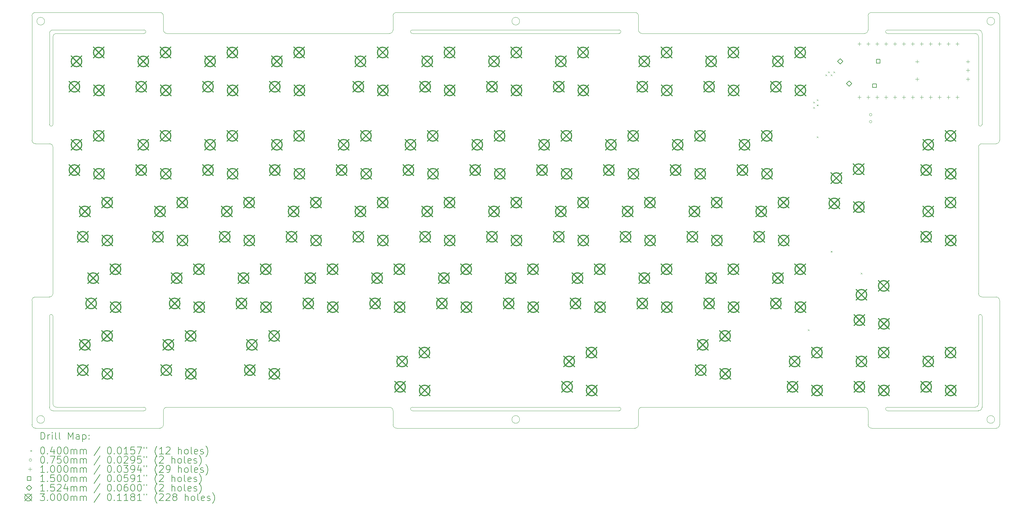
<source format=gbr>
%TF.GenerationSoftware,KiCad,Pcbnew,7.0.8-7.0.8~ubuntu22.04.1*%
%TF.CreationDate,2023-10-08T19:29:13+02:00*%
%TF.ProjectId,nrw65-pcb,6e727736-352d-4706-9362-2e6b69636164,rev?*%
%TF.SameCoordinates,Original*%
%TF.FileFunction,Drillmap*%
%TF.FilePolarity,Positive*%
%FSLAX45Y45*%
G04 Gerber Fmt 4.5, Leading zero omitted, Abs format (unit mm)*
G04 Created by KiCad (PCBNEW 7.0.8-7.0.8~ubuntu22.04.1) date 2023-10-08 19:29:13*
%MOMM*%
%LPD*%
G01*
G04 APERTURE LIST*
%ADD10C,0.100000*%
%ADD11C,0.200000*%
%ADD12C,0.040000*%
%ADD13C,0.075000*%
%ADD14C,0.150000*%
%ADD15C,0.152400*%
%ADD16C,0.300000*%
G04 APERTURE END LIST*
D10*
X25643750Y-1900000D02*
X25643750Y-2300000D01*
X12096875Y-1900000D02*
X12096875Y-2300000D01*
X2400000Y-10477500D02*
G75*
G03*
X2300000Y-10477500I-50000J0D01*
G01*
X29253750Y-13427500D02*
G75*
G03*
X29253750Y-13427500I-110000J0D01*
G01*
X5550000Y-2300000D02*
G75*
G03*
X5650000Y-2400000I100000J0D01*
G01*
X2400000Y-5650000D02*
G75*
G03*
X2300000Y-5550000I-100000J0D01*
G01*
X25543750Y-2400000D02*
X19196875Y-2400000D01*
X18546875Y-2400000D02*
G75*
G03*
X18546875Y-2300000I5J50000D01*
G01*
X12646875Y-13077500D02*
X18546875Y-13077500D01*
X2300000Y-5000000D02*
G75*
G03*
X2400000Y-5000000I50000J0D01*
G01*
X2400000Y-12977500D02*
G75*
G03*
X2500000Y-13077500I100000J0D01*
G01*
X25743750Y-13677500D02*
X29293750Y-13677500D01*
X28693750Y-2400000D02*
X26193750Y-2400000D01*
X15706875Y-13427500D02*
G75*
G03*
X15706875Y-13427500I-110000J0D01*
G01*
X28793750Y-9827500D02*
X28793750Y-5650000D01*
X1800000Y-10027500D02*
X1800000Y-13577500D01*
X19096880Y-1900000D02*
G75*
G03*
X18996875Y-1800000I-100000J0D01*
G01*
X2400000Y-2300000D02*
G75*
G03*
X2300000Y-2400000I0J-100000D01*
G01*
X5000000Y-2400000D02*
X2500000Y-2400000D01*
X28893750Y-5550000D02*
G75*
G03*
X28793750Y-5650000I0J-100000D01*
G01*
X18996875Y-13677495D02*
G75*
G03*
X19096875Y-13577500I5J99995D01*
G01*
X12096875Y-13177500D02*
X12096875Y-13577500D01*
X5000000Y-13177500D02*
X2400000Y-13177500D01*
X29293750Y-9927500D02*
X28893750Y-9927500D01*
X28793750Y-9827500D02*
G75*
G03*
X28893750Y-9927500I99990J-10D01*
G01*
X5450000Y-13677500D02*
G75*
G03*
X5550000Y-13577500I0J100000D01*
G01*
X18996875Y-1800000D02*
X12196875Y-1800000D01*
X2300000Y-9927500D02*
G75*
G03*
X2400000Y-9827500I0J100000D01*
G01*
X28893750Y-2400000D02*
X28893750Y-5000000D01*
X11996875Y-2400000D02*
X5650000Y-2400000D01*
X2400000Y-2300000D02*
X5000000Y-2300000D01*
X29393750Y-1900000D02*
G75*
G03*
X29293750Y-1800000I-100010J-10D01*
G01*
X28793750Y-2500000D02*
G75*
G03*
X28693750Y-2400000I-100010J-10D01*
G01*
X2500000Y-13077500D02*
X5000000Y-13077500D01*
X28793750Y-12977500D02*
X28793750Y-10477500D01*
X19196875Y-13077500D02*
X25543750Y-13077500D01*
X28793750Y-5000000D02*
X28793750Y-2500000D01*
X29293750Y-5550000D02*
G75*
G03*
X29393750Y-5450000I0J100000D01*
G01*
X1900000Y-1800000D02*
G75*
G03*
X1800000Y-1900000I0J-100000D01*
G01*
X1800000Y-1900000D02*
X1800000Y-5450000D01*
X1900000Y-13677500D02*
X5450000Y-13677500D01*
X18546875Y-13177500D02*
X12646875Y-13177500D01*
X1800000Y-5450000D02*
G75*
G03*
X1900000Y-5550000I100000J0D01*
G01*
X12196875Y-1799995D02*
G75*
G03*
X12096875Y-1900000I5J-100005D01*
G01*
X12646875Y-2300000D02*
G75*
G03*
X12646875Y-2400000I5J-50000D01*
G01*
X29393750Y-5450000D02*
X29393750Y-1900000D01*
X25643750Y-13577500D02*
G75*
G03*
X25743750Y-13677500I99990J-10D01*
G01*
X5550000Y-2300000D02*
X5550000Y-1900000D01*
X26193750Y-2300000D02*
X28793750Y-2300000D01*
X19096875Y-13577500D02*
X19096875Y-13177500D01*
X29293750Y-1800000D02*
X25743750Y-1800000D01*
X5650000Y-13077500D02*
G75*
G03*
X5550000Y-13177500I0J-100000D01*
G01*
X29253750Y-2050000D02*
G75*
G03*
X29253750Y-2050000I-110000J0D01*
G01*
X12646875Y-2400000D02*
X18546875Y-2400000D01*
X2300000Y-13077500D02*
G75*
G03*
X2400000Y-13177500I100000J0D01*
G01*
X2300000Y-13077500D02*
X2300000Y-10477500D01*
X1800000Y-13577500D02*
G75*
G03*
X1900000Y-13677500I100000J0D01*
G01*
X19096875Y-2300000D02*
X19096875Y-1900000D01*
X12096870Y-13177500D02*
G75*
G03*
X11996875Y-13077500I-100000J0D01*
G01*
X25543750Y-2400000D02*
G75*
G03*
X25643750Y-2300000I0J100000D01*
G01*
X28793750Y-13177500D02*
X26193750Y-13177500D01*
X2400000Y-2500000D02*
X2400000Y-5000000D01*
X2400000Y-10477500D02*
X2400000Y-12977500D01*
X5550000Y-1900000D02*
G75*
G03*
X5450000Y-1800000I-100000J0D01*
G01*
X19096880Y-2300000D02*
G75*
G03*
X19196875Y-2400000I100000J0D01*
G01*
X2160000Y-13427500D02*
G75*
G03*
X2160000Y-13427500I-110000J0D01*
G01*
X26193750Y-13077500D02*
X28693750Y-13077500D01*
X28793750Y-13177500D02*
G75*
G03*
X28893750Y-13077500I0J100000D01*
G01*
X28893750Y-10477500D02*
X28893750Y-13077500D01*
X1900000Y-9927500D02*
G75*
G03*
X1800000Y-10027500I0J-100000D01*
G01*
X11996875Y-2399995D02*
G75*
G03*
X12096875Y-2300000I5J99995D01*
G01*
X2160000Y-2050000D02*
G75*
G03*
X2160000Y-2050000I-110000J0D01*
G01*
X5650000Y-13077500D02*
X11996875Y-13077500D01*
X18546875Y-2300000D02*
X12646875Y-2300000D01*
X2400000Y-5650000D02*
X2400000Y-9827500D01*
X28893750Y-10477500D02*
G75*
G03*
X28793750Y-10477500I-50000J0D01*
G01*
X1900000Y-5550000D02*
X2300000Y-5550000D01*
X28893750Y-2400000D02*
G75*
G03*
X28793750Y-2300000I-100010J-10D01*
G01*
X2300000Y-9927500D02*
X1900000Y-9927500D01*
X25743750Y-1800000D02*
G75*
G03*
X25643750Y-1900000I0J-100000D01*
G01*
X12196875Y-13677500D02*
X18996875Y-13677500D01*
X18546875Y-13177500D02*
G75*
G03*
X18546875Y-13077500I5J50000D01*
G01*
X29393750Y-13577500D02*
X29393750Y-10027500D01*
X5450000Y-1800000D02*
X1900000Y-1800000D01*
X28893750Y-5550000D02*
X29293750Y-5550000D01*
X5550000Y-13577500D02*
X5550000Y-13177500D01*
X2500000Y-2400000D02*
G75*
G03*
X2400000Y-2500000I0J-100000D01*
G01*
X29393750Y-10027500D02*
G75*
G03*
X29293750Y-9927500I-100010J-10D01*
G01*
X5000000Y-2400000D02*
G75*
G03*
X5000000Y-2300000I0J50000D01*
G01*
X25643750Y-13177500D02*
G75*
G03*
X25543750Y-13077500I-100010J-10D01*
G01*
X28693750Y-13077500D02*
G75*
G03*
X28793750Y-12977500I0J100000D01*
G01*
X12096870Y-13577500D02*
G75*
G03*
X12196875Y-13677500I100000J0D01*
G01*
X2300000Y-5000000D02*
X2300000Y-2400000D01*
X26193750Y-13077500D02*
G75*
G03*
X26193750Y-13177500I10J-50000D01*
G01*
X26193750Y-2300000D02*
G75*
G03*
X26193750Y-2400000I10J-50000D01*
G01*
X12646875Y-13077500D02*
G75*
G03*
X12646875Y-13177500I5J-50000D01*
G01*
X19196875Y-13077495D02*
G75*
G03*
X19096875Y-13177500I5J-100005D01*
G01*
X28793750Y-5000000D02*
G75*
G03*
X28893750Y-5000000I50000J0D01*
G01*
X5000000Y-13177500D02*
G75*
G03*
X5000000Y-13077500I0J50000D01*
G01*
X25643750Y-13177500D02*
X25643750Y-13577500D01*
X29293750Y-13677500D02*
G75*
G03*
X29393750Y-13577500I0J100000D01*
G01*
X15706875Y-2050000D02*
G75*
G03*
X15706875Y-2050000I-110000J0D01*
G01*
D11*
D12*
X23928000Y-10853000D02*
X23968000Y-10893000D01*
X23968000Y-10853000D02*
X23928000Y-10893000D01*
X24080000Y-4352450D02*
X24120000Y-4392450D01*
X24120000Y-4352450D02*
X24080000Y-4392450D01*
X24080000Y-4502450D02*
X24120000Y-4542450D01*
X24120000Y-4502450D02*
X24080000Y-4542450D01*
X24180000Y-4280000D02*
X24220000Y-4320000D01*
X24220000Y-4280000D02*
X24180000Y-4320000D01*
X24180000Y-4430000D02*
X24220000Y-4470000D01*
X24220000Y-4430000D02*
X24180000Y-4470000D01*
X24180000Y-5340000D02*
X24220000Y-5380000D01*
X24220000Y-5340000D02*
X24180000Y-5380000D01*
X24430000Y-3572550D02*
X24470000Y-3612550D01*
X24470000Y-3572550D02*
X24430000Y-3612550D01*
X24506118Y-3484000D02*
X24546118Y-3524000D01*
X24546118Y-3484000D02*
X24506118Y-3524000D01*
X24579000Y-8613000D02*
X24619000Y-8653000D01*
X24619000Y-8613000D02*
X24579000Y-8653000D01*
X24582177Y-3572550D02*
X24622177Y-3612550D01*
X24622177Y-3572550D02*
X24582177Y-3612550D01*
X24656849Y-3484000D02*
X24696849Y-3524000D01*
X24696849Y-3484000D02*
X24656849Y-3524000D01*
X25434000Y-9237000D02*
X25474000Y-9277000D01*
X25474000Y-9237000D02*
X25434000Y-9277000D01*
D13*
X25754500Y-4721000D02*
G75*
G03*
X25754500Y-4721000I-37500J0D01*
G01*
X25754500Y-4921000D02*
G75*
G03*
X25754500Y-4921000I-37500J0D01*
G01*
D10*
X25396000Y-2647000D02*
X25396000Y-2747000D01*
X25346000Y-2697000D02*
X25446000Y-2697000D01*
X25396000Y-4171000D02*
X25396000Y-4271000D01*
X25346000Y-4221000D02*
X25446000Y-4221000D01*
X25650000Y-2647000D02*
X25650000Y-2747000D01*
X25600000Y-2697000D02*
X25700000Y-2697000D01*
X25650000Y-4171000D02*
X25650000Y-4271000D01*
X25600000Y-4221000D02*
X25700000Y-4221000D01*
X25904000Y-2647000D02*
X25904000Y-2747000D01*
X25854000Y-2697000D02*
X25954000Y-2697000D01*
X25904000Y-4171000D02*
X25904000Y-4271000D01*
X25854000Y-4221000D02*
X25954000Y-4221000D01*
X26158000Y-2647000D02*
X26158000Y-2747000D01*
X26108000Y-2697000D02*
X26208000Y-2697000D01*
X26158000Y-4171000D02*
X26158000Y-4271000D01*
X26108000Y-4221000D02*
X26208000Y-4221000D01*
X26412000Y-2647000D02*
X26412000Y-2747000D01*
X26362000Y-2697000D02*
X26462000Y-2697000D01*
X26412000Y-4171000D02*
X26412000Y-4271000D01*
X26362000Y-4221000D02*
X26462000Y-4221000D01*
X26666000Y-2647000D02*
X26666000Y-2747000D01*
X26616000Y-2697000D02*
X26716000Y-2697000D01*
X26666000Y-4171000D02*
X26666000Y-4271000D01*
X26616000Y-4221000D02*
X26716000Y-4221000D01*
X26920000Y-2647000D02*
X26920000Y-2747000D01*
X26870000Y-2697000D02*
X26970000Y-2697000D01*
X26920000Y-4171000D02*
X26920000Y-4271000D01*
X26870000Y-4221000D02*
X26970000Y-4221000D01*
X27041250Y-3152500D02*
X27041250Y-3252500D01*
X26991250Y-3202500D02*
X27091250Y-3202500D01*
X27041250Y-3652500D02*
X27041250Y-3752500D01*
X26991250Y-3702500D02*
X27091250Y-3702500D01*
X27174000Y-2647000D02*
X27174000Y-2747000D01*
X27124000Y-2697000D02*
X27224000Y-2697000D01*
X27174000Y-4171000D02*
X27174000Y-4271000D01*
X27124000Y-4221000D02*
X27224000Y-4221000D01*
X27428000Y-2647000D02*
X27428000Y-2747000D01*
X27378000Y-2697000D02*
X27478000Y-2697000D01*
X27428000Y-4171000D02*
X27428000Y-4271000D01*
X27378000Y-4221000D02*
X27478000Y-4221000D01*
X27682000Y-2647000D02*
X27682000Y-2747000D01*
X27632000Y-2697000D02*
X27732000Y-2697000D01*
X27682000Y-4171000D02*
X27682000Y-4271000D01*
X27632000Y-4221000D02*
X27732000Y-4221000D01*
X27936000Y-2647000D02*
X27936000Y-2747000D01*
X27886000Y-2697000D02*
X27986000Y-2697000D01*
X27936000Y-4171000D02*
X27936000Y-4271000D01*
X27886000Y-4221000D02*
X27986000Y-4221000D01*
X28190000Y-2647000D02*
X28190000Y-2747000D01*
X28140000Y-2697000D02*
X28240000Y-2697000D01*
X28190000Y-4171000D02*
X28190000Y-4271000D01*
X28140000Y-4221000D02*
X28240000Y-4221000D01*
X28491250Y-3152500D02*
X28491250Y-3252500D01*
X28441250Y-3202500D02*
X28541250Y-3202500D01*
X28491250Y-3402500D02*
X28491250Y-3502500D01*
X28441250Y-3452500D02*
X28541250Y-3452500D01*
X28491250Y-3652500D02*
X28491250Y-3752500D01*
X28441250Y-3702500D02*
X28541250Y-3702500D01*
D14*
X25883033Y-3945533D02*
X25883033Y-3839466D01*
X25776966Y-3839466D01*
X25776966Y-3945533D01*
X25883033Y-3945533D01*
X25988033Y-3245533D02*
X25988033Y-3139466D01*
X25881966Y-3139466D01*
X25881966Y-3245533D01*
X25988033Y-3245533D01*
D15*
X24852000Y-3274700D02*
X24928200Y-3198500D01*
X24852000Y-3122300D01*
X24775800Y-3198500D01*
X24852000Y-3274700D01*
X25106000Y-3909700D02*
X25182200Y-3833500D01*
X25106000Y-3757300D01*
X25029800Y-3833500D01*
X25106000Y-3909700D01*
D16*
X2862500Y-3772500D02*
X3162500Y-4072500D01*
X3162500Y-3772500D02*
X2862500Y-4072500D01*
X3162500Y-3922500D02*
G75*
G03*
X3162500Y-3922500I-150000J0D01*
G01*
X2862500Y-6153750D02*
X3162500Y-6453750D01*
X3162500Y-6153750D02*
X2862500Y-6453750D01*
X3162500Y-6303750D02*
G75*
G03*
X3162500Y-6303750I-150000J0D01*
G01*
X2921500Y-3048500D02*
X3221500Y-3348500D01*
X3221500Y-3048500D02*
X2921500Y-3348500D01*
X3221500Y-3198500D02*
G75*
G03*
X3221500Y-3198500I-150000J0D01*
G01*
X2921500Y-5429750D02*
X3221500Y-5729750D01*
X3221500Y-5429750D02*
X2921500Y-5729750D01*
X3221500Y-5579750D02*
G75*
G03*
X3221500Y-5579750I-150000J0D01*
G01*
X3100625Y-8058750D02*
X3400625Y-8358750D01*
X3400625Y-8058750D02*
X3100625Y-8358750D01*
X3400625Y-8208750D02*
G75*
G03*
X3400625Y-8208750I-150000J0D01*
G01*
X3100625Y-11868750D02*
X3400625Y-12168750D01*
X3400625Y-11868750D02*
X3100625Y-12168750D01*
X3400625Y-12018750D02*
G75*
G03*
X3400625Y-12018750I-150000J0D01*
G01*
X3159625Y-7334750D02*
X3459625Y-7634750D01*
X3459625Y-7334750D02*
X3159625Y-7634750D01*
X3459625Y-7484750D02*
G75*
G03*
X3459625Y-7484750I-150000J0D01*
G01*
X3159625Y-11144750D02*
X3459625Y-11444750D01*
X3459625Y-11144750D02*
X3159625Y-11444750D01*
X3459625Y-11294750D02*
G75*
G03*
X3459625Y-11294750I-150000J0D01*
G01*
X3338750Y-9963750D02*
X3638750Y-10263750D01*
X3638750Y-9963750D02*
X3338750Y-10263750D01*
X3638750Y-10113750D02*
G75*
G03*
X3638750Y-10113750I-150000J0D01*
G01*
X3397750Y-9239750D02*
X3697750Y-9539750D01*
X3697750Y-9239750D02*
X3397750Y-9539750D01*
X3697750Y-9389750D02*
G75*
G03*
X3697750Y-9389750I-150000J0D01*
G01*
X3556500Y-2794500D02*
X3856500Y-3094500D01*
X3856500Y-2794500D02*
X3556500Y-3094500D01*
X3856500Y-2944500D02*
G75*
G03*
X3856500Y-2944500I-150000J0D01*
G01*
X3556500Y-5175750D02*
X3856500Y-5475750D01*
X3856500Y-5175750D02*
X3556500Y-5475750D01*
X3856500Y-5325750D02*
G75*
G03*
X3856500Y-5325750I-150000J0D01*
G01*
X3562500Y-3877500D02*
X3862500Y-4177500D01*
X3862500Y-3877500D02*
X3562500Y-4177500D01*
X3862500Y-4027500D02*
G75*
G03*
X3862500Y-4027500I-150000J0D01*
G01*
X3562500Y-6258750D02*
X3862500Y-6558750D01*
X3862500Y-6258750D02*
X3562500Y-6558750D01*
X3862500Y-6408750D02*
G75*
G03*
X3862500Y-6408750I-150000J0D01*
G01*
X3794625Y-7080750D02*
X4094625Y-7380750D01*
X4094625Y-7080750D02*
X3794625Y-7380750D01*
X4094625Y-7230750D02*
G75*
G03*
X4094625Y-7230750I-150000J0D01*
G01*
X3794625Y-10890750D02*
X4094625Y-11190750D01*
X4094625Y-10890750D02*
X3794625Y-11190750D01*
X4094625Y-11040750D02*
G75*
G03*
X4094625Y-11040750I-150000J0D01*
G01*
X3800625Y-8163750D02*
X4100625Y-8463750D01*
X4100625Y-8163750D02*
X3800625Y-8463750D01*
X4100625Y-8313750D02*
G75*
G03*
X4100625Y-8313750I-150000J0D01*
G01*
X3800625Y-11973750D02*
X4100625Y-12273750D01*
X4100625Y-11973750D02*
X3800625Y-12273750D01*
X4100625Y-12123750D02*
G75*
G03*
X4100625Y-12123750I-150000J0D01*
G01*
X4032750Y-8985750D02*
X4332750Y-9285750D01*
X4332750Y-8985750D02*
X4032750Y-9285750D01*
X4332750Y-9135750D02*
G75*
G03*
X4332750Y-9135750I-150000J0D01*
G01*
X4038750Y-10068750D02*
X4338750Y-10368750D01*
X4338750Y-10068750D02*
X4038750Y-10368750D01*
X4338750Y-10218750D02*
G75*
G03*
X4338750Y-10218750I-150000J0D01*
G01*
X4767500Y-3772500D02*
X5067500Y-4072500D01*
X5067500Y-3772500D02*
X4767500Y-4072500D01*
X5067500Y-3922500D02*
G75*
G03*
X5067500Y-3922500I-150000J0D01*
G01*
X4767500Y-6153750D02*
X5067500Y-6453750D01*
X5067500Y-6153750D02*
X4767500Y-6453750D01*
X5067500Y-6303750D02*
G75*
G03*
X5067500Y-6303750I-150000J0D01*
G01*
X4826500Y-3048500D02*
X5126500Y-3348500D01*
X5126500Y-3048500D02*
X4826500Y-3348500D01*
X5126500Y-3198500D02*
G75*
G03*
X5126500Y-3198500I-150000J0D01*
G01*
X4826500Y-5429750D02*
X5126500Y-5729750D01*
X5126500Y-5429750D02*
X4826500Y-5729750D01*
X5126500Y-5579750D02*
G75*
G03*
X5126500Y-5579750I-150000J0D01*
G01*
X5243750Y-8058750D02*
X5543750Y-8358750D01*
X5543750Y-8058750D02*
X5243750Y-8358750D01*
X5543750Y-8208750D02*
G75*
G03*
X5543750Y-8208750I-150000J0D01*
G01*
X5302750Y-7334750D02*
X5602750Y-7634750D01*
X5602750Y-7334750D02*
X5302750Y-7634750D01*
X5602750Y-7484750D02*
G75*
G03*
X5602750Y-7484750I-150000J0D01*
G01*
X5461500Y-2794500D02*
X5761500Y-3094500D01*
X5761500Y-2794500D02*
X5461500Y-3094500D01*
X5761500Y-2944500D02*
G75*
G03*
X5761500Y-2944500I-150000J0D01*
G01*
X5461500Y-5175750D02*
X5761500Y-5475750D01*
X5761500Y-5175750D02*
X5461500Y-5475750D01*
X5761500Y-5325750D02*
G75*
G03*
X5761500Y-5325750I-150000J0D01*
G01*
X5467500Y-3877500D02*
X5767500Y-4177500D01*
X5767500Y-3877500D02*
X5467500Y-4177500D01*
X5767500Y-4027500D02*
G75*
G03*
X5767500Y-4027500I-150000J0D01*
G01*
X5467500Y-6258750D02*
X5767500Y-6558750D01*
X5767500Y-6258750D02*
X5467500Y-6558750D01*
X5767500Y-6408750D02*
G75*
G03*
X5767500Y-6408750I-150000J0D01*
G01*
X5481875Y-11868750D02*
X5781875Y-12168750D01*
X5781875Y-11868750D02*
X5481875Y-12168750D01*
X5781875Y-12018750D02*
G75*
G03*
X5781875Y-12018750I-150000J0D01*
G01*
X5540875Y-11144750D02*
X5840875Y-11444750D01*
X5840875Y-11144750D02*
X5540875Y-11444750D01*
X5840875Y-11294750D02*
G75*
G03*
X5840875Y-11294750I-150000J0D01*
G01*
X5720000Y-9963750D02*
X6020000Y-10263750D01*
X6020000Y-9963750D02*
X5720000Y-10263750D01*
X6020000Y-10113750D02*
G75*
G03*
X6020000Y-10113750I-150000J0D01*
G01*
X5779000Y-9239750D02*
X6079000Y-9539750D01*
X6079000Y-9239750D02*
X5779000Y-9539750D01*
X6079000Y-9389750D02*
G75*
G03*
X6079000Y-9389750I-150000J0D01*
G01*
X5937750Y-7080750D02*
X6237750Y-7380750D01*
X6237750Y-7080750D02*
X5937750Y-7380750D01*
X6237750Y-7230750D02*
G75*
G03*
X6237750Y-7230750I-150000J0D01*
G01*
X5943750Y-8163750D02*
X6243750Y-8463750D01*
X6243750Y-8163750D02*
X5943750Y-8463750D01*
X6243750Y-8313750D02*
G75*
G03*
X6243750Y-8313750I-150000J0D01*
G01*
X6175875Y-10890750D02*
X6475875Y-11190750D01*
X6475875Y-10890750D02*
X6175875Y-11190750D01*
X6475875Y-11040750D02*
G75*
G03*
X6475875Y-11040750I-150000J0D01*
G01*
X6181875Y-11973750D02*
X6481875Y-12273750D01*
X6481875Y-11973750D02*
X6181875Y-12273750D01*
X6481875Y-12123750D02*
G75*
G03*
X6481875Y-12123750I-150000J0D01*
G01*
X6414000Y-8985750D02*
X6714000Y-9285750D01*
X6714000Y-8985750D02*
X6414000Y-9285750D01*
X6714000Y-9135750D02*
G75*
G03*
X6714000Y-9135750I-150000J0D01*
G01*
X6420000Y-10068750D02*
X6720000Y-10368750D01*
X6720000Y-10068750D02*
X6420000Y-10368750D01*
X6720000Y-10218750D02*
G75*
G03*
X6720000Y-10218750I-150000J0D01*
G01*
X6672500Y-3772500D02*
X6972500Y-4072500D01*
X6972500Y-3772500D02*
X6672500Y-4072500D01*
X6972500Y-3922500D02*
G75*
G03*
X6972500Y-3922500I-150000J0D01*
G01*
X6672500Y-6153750D02*
X6972500Y-6453750D01*
X6972500Y-6153750D02*
X6672500Y-6453750D01*
X6972500Y-6303750D02*
G75*
G03*
X6972500Y-6303750I-150000J0D01*
G01*
X6731500Y-3048500D02*
X7031500Y-3348500D01*
X7031500Y-3048500D02*
X6731500Y-3348500D01*
X7031500Y-3198500D02*
G75*
G03*
X7031500Y-3198500I-150000J0D01*
G01*
X6731500Y-5429750D02*
X7031500Y-5729750D01*
X7031500Y-5429750D02*
X6731500Y-5729750D01*
X7031500Y-5579750D02*
G75*
G03*
X7031500Y-5579750I-150000J0D01*
G01*
X7148750Y-8058750D02*
X7448750Y-8358750D01*
X7448750Y-8058750D02*
X7148750Y-8358750D01*
X7448750Y-8208750D02*
G75*
G03*
X7448750Y-8208750I-150000J0D01*
G01*
X7207750Y-7334750D02*
X7507750Y-7634750D01*
X7507750Y-7334750D02*
X7207750Y-7634750D01*
X7507750Y-7484750D02*
G75*
G03*
X7507750Y-7484750I-150000J0D01*
G01*
X7366500Y-2794500D02*
X7666500Y-3094500D01*
X7666500Y-2794500D02*
X7366500Y-3094500D01*
X7666500Y-2944500D02*
G75*
G03*
X7666500Y-2944500I-150000J0D01*
G01*
X7366500Y-5175750D02*
X7666500Y-5475750D01*
X7666500Y-5175750D02*
X7366500Y-5475750D01*
X7666500Y-5325750D02*
G75*
G03*
X7666500Y-5325750I-150000J0D01*
G01*
X7372500Y-3877500D02*
X7672500Y-4177500D01*
X7672500Y-3877500D02*
X7372500Y-4177500D01*
X7672500Y-4027500D02*
G75*
G03*
X7672500Y-4027500I-150000J0D01*
G01*
X7372500Y-6258750D02*
X7672500Y-6558750D01*
X7672500Y-6258750D02*
X7372500Y-6558750D01*
X7672500Y-6408750D02*
G75*
G03*
X7672500Y-6408750I-150000J0D01*
G01*
X7625000Y-9963750D02*
X7925000Y-10263750D01*
X7925000Y-9963750D02*
X7625000Y-10263750D01*
X7925000Y-10113750D02*
G75*
G03*
X7925000Y-10113750I-150000J0D01*
G01*
X7684000Y-9239750D02*
X7984000Y-9539750D01*
X7984000Y-9239750D02*
X7684000Y-9539750D01*
X7984000Y-9389750D02*
G75*
G03*
X7984000Y-9389750I-150000J0D01*
G01*
X7842750Y-7080750D02*
X8142750Y-7380750D01*
X8142750Y-7080750D02*
X7842750Y-7380750D01*
X8142750Y-7230750D02*
G75*
G03*
X8142750Y-7230750I-150000J0D01*
G01*
X7848750Y-8163750D02*
X8148750Y-8463750D01*
X8148750Y-8163750D02*
X7848750Y-8463750D01*
X8148750Y-8313750D02*
G75*
G03*
X8148750Y-8313750I-150000J0D01*
G01*
X7863125Y-11868750D02*
X8163125Y-12168750D01*
X8163125Y-11868750D02*
X7863125Y-12168750D01*
X8163125Y-12018750D02*
G75*
G03*
X8163125Y-12018750I-150000J0D01*
G01*
X7922125Y-11144750D02*
X8222125Y-11444750D01*
X8222125Y-11144750D02*
X7922125Y-11444750D01*
X8222125Y-11294750D02*
G75*
G03*
X8222125Y-11294750I-150000J0D01*
G01*
X8319000Y-8985750D02*
X8619000Y-9285750D01*
X8619000Y-8985750D02*
X8319000Y-9285750D01*
X8619000Y-9135750D02*
G75*
G03*
X8619000Y-9135750I-150000J0D01*
G01*
X8325000Y-10068750D02*
X8625000Y-10368750D01*
X8625000Y-10068750D02*
X8325000Y-10368750D01*
X8625000Y-10218750D02*
G75*
G03*
X8625000Y-10218750I-150000J0D01*
G01*
X8557125Y-10890750D02*
X8857125Y-11190750D01*
X8857125Y-10890750D02*
X8557125Y-11190750D01*
X8857125Y-11040750D02*
G75*
G03*
X8857125Y-11040750I-150000J0D01*
G01*
X8563125Y-11973750D02*
X8863125Y-12273750D01*
X8863125Y-11973750D02*
X8563125Y-12273750D01*
X8863125Y-12123750D02*
G75*
G03*
X8863125Y-12123750I-150000J0D01*
G01*
X8577500Y-3772500D02*
X8877500Y-4072500D01*
X8877500Y-3772500D02*
X8577500Y-4072500D01*
X8877500Y-3922500D02*
G75*
G03*
X8877500Y-3922500I-150000J0D01*
G01*
X8577500Y-6153750D02*
X8877500Y-6453750D01*
X8877500Y-6153750D02*
X8577500Y-6453750D01*
X8877500Y-6303750D02*
G75*
G03*
X8877500Y-6303750I-150000J0D01*
G01*
X8636500Y-3048500D02*
X8936500Y-3348500D01*
X8936500Y-3048500D02*
X8636500Y-3348500D01*
X8936500Y-3198500D02*
G75*
G03*
X8936500Y-3198500I-150000J0D01*
G01*
X8636500Y-5429750D02*
X8936500Y-5729750D01*
X8936500Y-5429750D02*
X8636500Y-5729750D01*
X8936500Y-5579750D02*
G75*
G03*
X8936500Y-5579750I-150000J0D01*
G01*
X9053750Y-8058750D02*
X9353750Y-8358750D01*
X9353750Y-8058750D02*
X9053750Y-8358750D01*
X9353750Y-8208750D02*
G75*
G03*
X9353750Y-8208750I-150000J0D01*
G01*
X9112750Y-7334750D02*
X9412750Y-7634750D01*
X9412750Y-7334750D02*
X9112750Y-7634750D01*
X9412750Y-7484750D02*
G75*
G03*
X9412750Y-7484750I-150000J0D01*
G01*
X9271500Y-2794500D02*
X9571500Y-3094500D01*
X9571500Y-2794500D02*
X9271500Y-3094500D01*
X9571500Y-2944500D02*
G75*
G03*
X9571500Y-2944500I-150000J0D01*
G01*
X9271500Y-5175750D02*
X9571500Y-5475750D01*
X9571500Y-5175750D02*
X9271500Y-5475750D01*
X9571500Y-5325750D02*
G75*
G03*
X9571500Y-5325750I-150000J0D01*
G01*
X9277500Y-3877500D02*
X9577500Y-4177500D01*
X9577500Y-3877500D02*
X9277500Y-4177500D01*
X9577500Y-4027500D02*
G75*
G03*
X9577500Y-4027500I-150000J0D01*
G01*
X9277500Y-6258750D02*
X9577500Y-6558750D01*
X9577500Y-6258750D02*
X9277500Y-6558750D01*
X9577500Y-6408750D02*
G75*
G03*
X9577500Y-6408750I-150000J0D01*
G01*
X9530000Y-9963750D02*
X9830000Y-10263750D01*
X9830000Y-9963750D02*
X9530000Y-10263750D01*
X9830000Y-10113750D02*
G75*
G03*
X9830000Y-10113750I-150000J0D01*
G01*
X9589000Y-9239750D02*
X9889000Y-9539750D01*
X9889000Y-9239750D02*
X9589000Y-9539750D01*
X9889000Y-9389750D02*
G75*
G03*
X9889000Y-9389750I-150000J0D01*
G01*
X9747750Y-7080750D02*
X10047750Y-7380750D01*
X10047750Y-7080750D02*
X9747750Y-7380750D01*
X10047750Y-7230750D02*
G75*
G03*
X10047750Y-7230750I-150000J0D01*
G01*
X9753750Y-8163750D02*
X10053750Y-8463750D01*
X10053750Y-8163750D02*
X9753750Y-8463750D01*
X10053750Y-8313750D02*
G75*
G03*
X10053750Y-8313750I-150000J0D01*
G01*
X10224000Y-8985750D02*
X10524000Y-9285750D01*
X10524000Y-8985750D02*
X10224000Y-9285750D01*
X10524000Y-9135750D02*
G75*
G03*
X10524000Y-9135750I-150000J0D01*
G01*
X10230000Y-10068750D02*
X10530000Y-10368750D01*
X10530000Y-10068750D02*
X10230000Y-10368750D01*
X10530000Y-10218750D02*
G75*
G03*
X10530000Y-10218750I-150000J0D01*
G01*
X10482500Y-6153750D02*
X10782500Y-6453750D01*
X10782500Y-6153750D02*
X10482500Y-6453750D01*
X10782500Y-6303750D02*
G75*
G03*
X10782500Y-6303750I-150000J0D01*
G01*
X10541500Y-5429750D02*
X10841500Y-5729750D01*
X10841500Y-5429750D02*
X10541500Y-5729750D01*
X10841500Y-5579750D02*
G75*
G03*
X10841500Y-5579750I-150000J0D01*
G01*
X10958750Y-3772500D02*
X11258750Y-4072500D01*
X11258750Y-3772500D02*
X10958750Y-4072500D01*
X11258750Y-3922500D02*
G75*
G03*
X11258750Y-3922500I-150000J0D01*
G01*
X10958750Y-8058750D02*
X11258750Y-8358750D01*
X11258750Y-8058750D02*
X10958750Y-8358750D01*
X11258750Y-8208750D02*
G75*
G03*
X11258750Y-8208750I-150000J0D01*
G01*
X11017750Y-3048500D02*
X11317750Y-3348500D01*
X11317750Y-3048500D02*
X11017750Y-3348500D01*
X11317750Y-3198500D02*
G75*
G03*
X11317750Y-3198500I-150000J0D01*
G01*
X11017750Y-7334750D02*
X11317750Y-7634750D01*
X11317750Y-7334750D02*
X11017750Y-7634750D01*
X11317750Y-7484750D02*
G75*
G03*
X11317750Y-7484750I-150000J0D01*
G01*
X11176500Y-5175750D02*
X11476500Y-5475750D01*
X11476500Y-5175750D02*
X11176500Y-5475750D01*
X11476500Y-5325750D02*
G75*
G03*
X11476500Y-5325750I-150000J0D01*
G01*
X11182500Y-6258750D02*
X11482500Y-6558750D01*
X11482500Y-6258750D02*
X11182500Y-6558750D01*
X11482500Y-6408750D02*
G75*
G03*
X11482500Y-6408750I-150000J0D01*
G01*
X11435000Y-9963750D02*
X11735000Y-10263750D01*
X11735000Y-9963750D02*
X11435000Y-10263750D01*
X11735000Y-10113750D02*
G75*
G03*
X11735000Y-10113750I-150000J0D01*
G01*
X11494000Y-9239750D02*
X11794000Y-9539750D01*
X11794000Y-9239750D02*
X11494000Y-9539750D01*
X11794000Y-9389750D02*
G75*
G03*
X11794000Y-9389750I-150000J0D01*
G01*
X11652750Y-2794500D02*
X11952750Y-3094500D01*
X11952750Y-2794500D02*
X11652750Y-3094500D01*
X11952750Y-2944500D02*
G75*
G03*
X11952750Y-2944500I-150000J0D01*
G01*
X11652750Y-7080750D02*
X11952750Y-7380750D01*
X11952750Y-7080750D02*
X11652750Y-7380750D01*
X11952750Y-7230750D02*
G75*
G03*
X11952750Y-7230750I-150000J0D01*
G01*
X11658750Y-3877500D02*
X11958750Y-4177500D01*
X11958750Y-3877500D02*
X11658750Y-4177500D01*
X11958750Y-4027500D02*
G75*
G03*
X11958750Y-4027500I-150000J0D01*
G01*
X11658750Y-8163750D02*
X11958750Y-8463750D01*
X11958750Y-8163750D02*
X11658750Y-8463750D01*
X11958750Y-8313750D02*
G75*
G03*
X11958750Y-8313750I-150000J0D01*
G01*
X12129000Y-8985750D02*
X12429000Y-9285750D01*
X12429000Y-8985750D02*
X12129000Y-9285750D01*
X12429000Y-9135750D02*
G75*
G03*
X12429000Y-9135750I-150000J0D01*
G01*
X12135000Y-10068750D02*
X12435000Y-10368750D01*
X12435000Y-10068750D02*
X12135000Y-10368750D01*
X12435000Y-10218750D02*
G75*
G03*
X12435000Y-10218750I-150000J0D01*
G01*
X12149375Y-12345000D02*
X12449375Y-12645000D01*
X12449375Y-12345000D02*
X12149375Y-12645000D01*
X12449375Y-12495000D02*
G75*
G03*
X12449375Y-12495000I-150000J0D01*
G01*
X12208375Y-11621000D02*
X12508375Y-11921000D01*
X12508375Y-11621000D02*
X12208375Y-11921000D01*
X12508375Y-11771000D02*
G75*
G03*
X12508375Y-11771000I-150000J0D01*
G01*
X12387500Y-6153750D02*
X12687500Y-6453750D01*
X12687500Y-6153750D02*
X12387500Y-6453750D01*
X12687500Y-6303750D02*
G75*
G03*
X12687500Y-6303750I-150000J0D01*
G01*
X12446500Y-5429750D02*
X12746500Y-5729750D01*
X12746500Y-5429750D02*
X12446500Y-5729750D01*
X12746500Y-5579750D02*
G75*
G03*
X12746500Y-5579750I-150000J0D01*
G01*
X12843375Y-11367000D02*
X13143375Y-11667000D01*
X13143375Y-11367000D02*
X12843375Y-11667000D01*
X13143375Y-11517000D02*
G75*
G03*
X13143375Y-11517000I-150000J0D01*
G01*
X12849375Y-12450000D02*
X13149375Y-12750000D01*
X13149375Y-12450000D02*
X12849375Y-12750000D01*
X13149375Y-12600000D02*
G75*
G03*
X13149375Y-12600000I-150000J0D01*
G01*
X12863750Y-3772500D02*
X13163750Y-4072500D01*
X13163750Y-3772500D02*
X12863750Y-4072500D01*
X13163750Y-3922500D02*
G75*
G03*
X13163750Y-3922500I-150000J0D01*
G01*
X12863750Y-8058750D02*
X13163750Y-8358750D01*
X13163750Y-8058750D02*
X12863750Y-8358750D01*
X13163750Y-8208750D02*
G75*
G03*
X13163750Y-8208750I-150000J0D01*
G01*
X12922750Y-3048500D02*
X13222750Y-3348500D01*
X13222750Y-3048500D02*
X12922750Y-3348500D01*
X13222750Y-3198500D02*
G75*
G03*
X13222750Y-3198500I-150000J0D01*
G01*
X12922750Y-7334750D02*
X13222750Y-7634750D01*
X13222750Y-7334750D02*
X12922750Y-7634750D01*
X13222750Y-7484750D02*
G75*
G03*
X13222750Y-7484750I-150000J0D01*
G01*
X13081500Y-5175750D02*
X13381500Y-5475750D01*
X13381500Y-5175750D02*
X13081500Y-5475750D01*
X13381500Y-5325750D02*
G75*
G03*
X13381500Y-5325750I-150000J0D01*
G01*
X13087500Y-6258750D02*
X13387500Y-6558750D01*
X13387500Y-6258750D02*
X13087500Y-6558750D01*
X13387500Y-6408750D02*
G75*
G03*
X13387500Y-6408750I-150000J0D01*
G01*
X13340000Y-9963750D02*
X13640000Y-10263750D01*
X13640000Y-9963750D02*
X13340000Y-10263750D01*
X13640000Y-10113750D02*
G75*
G03*
X13640000Y-10113750I-150000J0D01*
G01*
X13399000Y-9239750D02*
X13699000Y-9539750D01*
X13699000Y-9239750D02*
X13399000Y-9539750D01*
X13699000Y-9389750D02*
G75*
G03*
X13699000Y-9389750I-150000J0D01*
G01*
X13557750Y-2794500D02*
X13857750Y-3094500D01*
X13857750Y-2794500D02*
X13557750Y-3094500D01*
X13857750Y-2944500D02*
G75*
G03*
X13857750Y-2944500I-150000J0D01*
G01*
X13557750Y-7080750D02*
X13857750Y-7380750D01*
X13857750Y-7080750D02*
X13557750Y-7380750D01*
X13857750Y-7230750D02*
G75*
G03*
X13857750Y-7230750I-150000J0D01*
G01*
X13563750Y-3877500D02*
X13863750Y-4177500D01*
X13863750Y-3877500D02*
X13563750Y-4177500D01*
X13863750Y-4027500D02*
G75*
G03*
X13863750Y-4027500I-150000J0D01*
G01*
X13563750Y-8163750D02*
X13863750Y-8463750D01*
X13863750Y-8163750D02*
X13563750Y-8463750D01*
X13863750Y-8313750D02*
G75*
G03*
X13863750Y-8313750I-150000J0D01*
G01*
X14034000Y-8985750D02*
X14334000Y-9285750D01*
X14334000Y-8985750D02*
X14034000Y-9285750D01*
X14334000Y-9135750D02*
G75*
G03*
X14334000Y-9135750I-150000J0D01*
G01*
X14040000Y-10068750D02*
X14340000Y-10368750D01*
X14340000Y-10068750D02*
X14040000Y-10368750D01*
X14340000Y-10218750D02*
G75*
G03*
X14340000Y-10218750I-150000J0D01*
G01*
X14292500Y-6153750D02*
X14592500Y-6453750D01*
X14592500Y-6153750D02*
X14292500Y-6453750D01*
X14592500Y-6303750D02*
G75*
G03*
X14592500Y-6303750I-150000J0D01*
G01*
X14351500Y-5429750D02*
X14651500Y-5729750D01*
X14651500Y-5429750D02*
X14351500Y-5729750D01*
X14651500Y-5579750D02*
G75*
G03*
X14651500Y-5579750I-150000J0D01*
G01*
X14768750Y-3772500D02*
X15068750Y-4072500D01*
X15068750Y-3772500D02*
X14768750Y-4072500D01*
X15068750Y-3922500D02*
G75*
G03*
X15068750Y-3922500I-150000J0D01*
G01*
X14768750Y-8058750D02*
X15068750Y-8358750D01*
X15068750Y-8058750D02*
X14768750Y-8358750D01*
X15068750Y-8208750D02*
G75*
G03*
X15068750Y-8208750I-150000J0D01*
G01*
X14827750Y-3048500D02*
X15127750Y-3348500D01*
X15127750Y-3048500D02*
X14827750Y-3348500D01*
X15127750Y-3198500D02*
G75*
G03*
X15127750Y-3198500I-150000J0D01*
G01*
X14827750Y-7334750D02*
X15127750Y-7634750D01*
X15127750Y-7334750D02*
X14827750Y-7634750D01*
X15127750Y-7484750D02*
G75*
G03*
X15127750Y-7484750I-150000J0D01*
G01*
X14986500Y-5175750D02*
X15286500Y-5475750D01*
X15286500Y-5175750D02*
X14986500Y-5475750D01*
X15286500Y-5325750D02*
G75*
G03*
X15286500Y-5325750I-150000J0D01*
G01*
X14992500Y-6258750D02*
X15292500Y-6558750D01*
X15292500Y-6258750D02*
X14992500Y-6558750D01*
X15292500Y-6408750D02*
G75*
G03*
X15292500Y-6408750I-150000J0D01*
G01*
X15245000Y-9963750D02*
X15545000Y-10263750D01*
X15545000Y-9963750D02*
X15245000Y-10263750D01*
X15545000Y-10113750D02*
G75*
G03*
X15545000Y-10113750I-150000J0D01*
G01*
X15304000Y-9239750D02*
X15604000Y-9539750D01*
X15604000Y-9239750D02*
X15304000Y-9539750D01*
X15604000Y-9389750D02*
G75*
G03*
X15604000Y-9389750I-150000J0D01*
G01*
X15462750Y-2794500D02*
X15762750Y-3094500D01*
X15762750Y-2794500D02*
X15462750Y-3094500D01*
X15762750Y-2944500D02*
G75*
G03*
X15762750Y-2944500I-150000J0D01*
G01*
X15462750Y-7080750D02*
X15762750Y-7380750D01*
X15762750Y-7080750D02*
X15462750Y-7380750D01*
X15762750Y-7230750D02*
G75*
G03*
X15762750Y-7230750I-150000J0D01*
G01*
X15468750Y-3877500D02*
X15768750Y-4177500D01*
X15768750Y-3877500D02*
X15468750Y-4177500D01*
X15768750Y-4027500D02*
G75*
G03*
X15768750Y-4027500I-150000J0D01*
G01*
X15468750Y-8163750D02*
X15768750Y-8463750D01*
X15768750Y-8163750D02*
X15468750Y-8463750D01*
X15768750Y-8313750D02*
G75*
G03*
X15768750Y-8313750I-150000J0D01*
G01*
X15939000Y-8985750D02*
X16239000Y-9285750D01*
X16239000Y-8985750D02*
X15939000Y-9285750D01*
X16239000Y-9135750D02*
G75*
G03*
X16239000Y-9135750I-150000J0D01*
G01*
X15945000Y-10068750D02*
X16245000Y-10368750D01*
X16245000Y-10068750D02*
X15945000Y-10368750D01*
X16245000Y-10218750D02*
G75*
G03*
X16245000Y-10218750I-150000J0D01*
G01*
X16197500Y-6153750D02*
X16497500Y-6453750D01*
X16497500Y-6153750D02*
X16197500Y-6453750D01*
X16497500Y-6303750D02*
G75*
G03*
X16497500Y-6303750I-150000J0D01*
G01*
X16256500Y-5429750D02*
X16556500Y-5729750D01*
X16556500Y-5429750D02*
X16256500Y-5729750D01*
X16556500Y-5579750D02*
G75*
G03*
X16556500Y-5579750I-150000J0D01*
G01*
X16673750Y-3772500D02*
X16973750Y-4072500D01*
X16973750Y-3772500D02*
X16673750Y-4072500D01*
X16973750Y-3922500D02*
G75*
G03*
X16973750Y-3922500I-150000J0D01*
G01*
X16673750Y-8058750D02*
X16973750Y-8358750D01*
X16973750Y-8058750D02*
X16673750Y-8358750D01*
X16973750Y-8208750D02*
G75*
G03*
X16973750Y-8208750I-150000J0D01*
G01*
X16732750Y-3048500D02*
X17032750Y-3348500D01*
X17032750Y-3048500D02*
X16732750Y-3348500D01*
X17032750Y-3198500D02*
G75*
G03*
X17032750Y-3198500I-150000J0D01*
G01*
X16732750Y-7334750D02*
X17032750Y-7634750D01*
X17032750Y-7334750D02*
X16732750Y-7634750D01*
X17032750Y-7484750D02*
G75*
G03*
X17032750Y-7484750I-150000J0D01*
G01*
X16891500Y-5175750D02*
X17191500Y-5475750D01*
X17191500Y-5175750D02*
X16891500Y-5475750D01*
X17191500Y-5325750D02*
G75*
G03*
X17191500Y-5325750I-150000J0D01*
G01*
X16897500Y-6258750D02*
X17197500Y-6558750D01*
X17197500Y-6258750D02*
X16897500Y-6558750D01*
X17197500Y-6408750D02*
G75*
G03*
X17197500Y-6408750I-150000J0D01*
G01*
X16911875Y-12345000D02*
X17211875Y-12645000D01*
X17211875Y-12345000D02*
X16911875Y-12645000D01*
X17211875Y-12495000D02*
G75*
G03*
X17211875Y-12495000I-150000J0D01*
G01*
X16970875Y-11621000D02*
X17270875Y-11921000D01*
X17270875Y-11621000D02*
X16970875Y-11921000D01*
X17270875Y-11771000D02*
G75*
G03*
X17270875Y-11771000I-150000J0D01*
G01*
X17150000Y-9963750D02*
X17450000Y-10263750D01*
X17450000Y-9963750D02*
X17150000Y-10263750D01*
X17450000Y-10113750D02*
G75*
G03*
X17450000Y-10113750I-150000J0D01*
G01*
X17209000Y-9239750D02*
X17509000Y-9539750D01*
X17509000Y-9239750D02*
X17209000Y-9539750D01*
X17509000Y-9389750D02*
G75*
G03*
X17509000Y-9389750I-150000J0D01*
G01*
X17367750Y-2794500D02*
X17667750Y-3094500D01*
X17667750Y-2794500D02*
X17367750Y-3094500D01*
X17667750Y-2944500D02*
G75*
G03*
X17667750Y-2944500I-150000J0D01*
G01*
X17367750Y-7080750D02*
X17667750Y-7380750D01*
X17667750Y-7080750D02*
X17367750Y-7380750D01*
X17667750Y-7230750D02*
G75*
G03*
X17667750Y-7230750I-150000J0D01*
G01*
X17373750Y-3877500D02*
X17673750Y-4177500D01*
X17673750Y-3877500D02*
X17373750Y-4177500D01*
X17673750Y-4027500D02*
G75*
G03*
X17673750Y-4027500I-150000J0D01*
G01*
X17373750Y-8163750D02*
X17673750Y-8463750D01*
X17673750Y-8163750D02*
X17373750Y-8463750D01*
X17673750Y-8313750D02*
G75*
G03*
X17673750Y-8313750I-150000J0D01*
G01*
X17605875Y-11367000D02*
X17905875Y-11667000D01*
X17905875Y-11367000D02*
X17605875Y-11667000D01*
X17905875Y-11517000D02*
G75*
G03*
X17905875Y-11517000I-150000J0D01*
G01*
X17611875Y-12450000D02*
X17911875Y-12750000D01*
X17911875Y-12450000D02*
X17611875Y-12750000D01*
X17911875Y-12600000D02*
G75*
G03*
X17911875Y-12600000I-150000J0D01*
G01*
X17844000Y-8985750D02*
X18144000Y-9285750D01*
X18144000Y-8985750D02*
X17844000Y-9285750D01*
X18144000Y-9135750D02*
G75*
G03*
X18144000Y-9135750I-150000J0D01*
G01*
X17850000Y-10068750D02*
X18150000Y-10368750D01*
X18150000Y-10068750D02*
X17850000Y-10368750D01*
X18150000Y-10218750D02*
G75*
G03*
X18150000Y-10218750I-150000J0D01*
G01*
X18102500Y-6153750D02*
X18402500Y-6453750D01*
X18402500Y-6153750D02*
X18102500Y-6453750D01*
X18402500Y-6303750D02*
G75*
G03*
X18402500Y-6303750I-150000J0D01*
G01*
X18161500Y-5429750D02*
X18461500Y-5729750D01*
X18461500Y-5429750D02*
X18161500Y-5729750D01*
X18461500Y-5579750D02*
G75*
G03*
X18461500Y-5579750I-150000J0D01*
G01*
X18578750Y-8058750D02*
X18878750Y-8358750D01*
X18878750Y-8058750D02*
X18578750Y-8358750D01*
X18878750Y-8208750D02*
G75*
G03*
X18878750Y-8208750I-150000J0D01*
G01*
X18637750Y-7334750D02*
X18937750Y-7634750D01*
X18937750Y-7334750D02*
X18637750Y-7634750D01*
X18937750Y-7484750D02*
G75*
G03*
X18937750Y-7484750I-150000J0D01*
G01*
X18796500Y-5175750D02*
X19096500Y-5475750D01*
X19096500Y-5175750D02*
X18796500Y-5475750D01*
X19096500Y-5325750D02*
G75*
G03*
X19096500Y-5325750I-150000J0D01*
G01*
X18802500Y-6258750D02*
X19102500Y-6558750D01*
X19102500Y-6258750D02*
X18802500Y-6558750D01*
X19102500Y-6408750D02*
G75*
G03*
X19102500Y-6408750I-150000J0D01*
G01*
X19055000Y-3772500D02*
X19355000Y-4072500D01*
X19355000Y-3772500D02*
X19055000Y-4072500D01*
X19355000Y-3922500D02*
G75*
G03*
X19355000Y-3922500I-150000J0D01*
G01*
X19055000Y-9963750D02*
X19355000Y-10263750D01*
X19355000Y-9963750D02*
X19055000Y-10263750D01*
X19355000Y-10113750D02*
G75*
G03*
X19355000Y-10113750I-150000J0D01*
G01*
X19114000Y-3048500D02*
X19414000Y-3348500D01*
X19414000Y-3048500D02*
X19114000Y-3348500D01*
X19414000Y-3198500D02*
G75*
G03*
X19414000Y-3198500I-150000J0D01*
G01*
X19114000Y-9239750D02*
X19414000Y-9539750D01*
X19414000Y-9239750D02*
X19114000Y-9539750D01*
X19414000Y-9389750D02*
G75*
G03*
X19414000Y-9389750I-150000J0D01*
G01*
X19272750Y-7080750D02*
X19572750Y-7380750D01*
X19572750Y-7080750D02*
X19272750Y-7380750D01*
X19572750Y-7230750D02*
G75*
G03*
X19572750Y-7230750I-150000J0D01*
G01*
X19278750Y-8163750D02*
X19578750Y-8463750D01*
X19578750Y-8163750D02*
X19278750Y-8463750D01*
X19578750Y-8313750D02*
G75*
G03*
X19578750Y-8313750I-150000J0D01*
G01*
X19749000Y-2794500D02*
X20049000Y-3094500D01*
X20049000Y-2794500D02*
X19749000Y-3094500D01*
X20049000Y-2944500D02*
G75*
G03*
X20049000Y-2944500I-150000J0D01*
G01*
X19749000Y-8985750D02*
X20049000Y-9285750D01*
X20049000Y-8985750D02*
X19749000Y-9285750D01*
X20049000Y-9135750D02*
G75*
G03*
X20049000Y-9135750I-150000J0D01*
G01*
X19755000Y-3877500D02*
X20055000Y-4177500D01*
X20055000Y-3877500D02*
X19755000Y-4177500D01*
X20055000Y-4027500D02*
G75*
G03*
X20055000Y-4027500I-150000J0D01*
G01*
X19755000Y-10068750D02*
X20055000Y-10368750D01*
X20055000Y-10068750D02*
X19755000Y-10368750D01*
X20055000Y-10218750D02*
G75*
G03*
X20055000Y-10218750I-150000J0D01*
G01*
X20007500Y-6153750D02*
X20307500Y-6453750D01*
X20307500Y-6153750D02*
X20007500Y-6453750D01*
X20307500Y-6303750D02*
G75*
G03*
X20307500Y-6303750I-150000J0D01*
G01*
X20066500Y-5429750D02*
X20366500Y-5729750D01*
X20366500Y-5429750D02*
X20066500Y-5729750D01*
X20366500Y-5579750D02*
G75*
G03*
X20366500Y-5579750I-150000J0D01*
G01*
X20483750Y-8058750D02*
X20783750Y-8358750D01*
X20783750Y-8058750D02*
X20483750Y-8358750D01*
X20783750Y-8208750D02*
G75*
G03*
X20783750Y-8208750I-150000J0D01*
G01*
X20542750Y-7334750D02*
X20842750Y-7634750D01*
X20842750Y-7334750D02*
X20542750Y-7634750D01*
X20842750Y-7484750D02*
G75*
G03*
X20842750Y-7484750I-150000J0D01*
G01*
X20701500Y-5175750D02*
X21001500Y-5475750D01*
X21001500Y-5175750D02*
X20701500Y-5475750D01*
X21001500Y-5325750D02*
G75*
G03*
X21001500Y-5325750I-150000J0D01*
G01*
X20707500Y-6258750D02*
X21007500Y-6558750D01*
X21007500Y-6258750D02*
X20707500Y-6558750D01*
X21007500Y-6408750D02*
G75*
G03*
X21007500Y-6408750I-150000J0D01*
G01*
X20721875Y-11868750D02*
X21021875Y-12168750D01*
X21021875Y-11868750D02*
X20721875Y-12168750D01*
X21021875Y-12018750D02*
G75*
G03*
X21021875Y-12018750I-150000J0D01*
G01*
X20780875Y-11144750D02*
X21080875Y-11444750D01*
X21080875Y-11144750D02*
X20780875Y-11444750D01*
X21080875Y-11294750D02*
G75*
G03*
X21080875Y-11294750I-150000J0D01*
G01*
X20960000Y-3772500D02*
X21260000Y-4072500D01*
X21260000Y-3772500D02*
X20960000Y-4072500D01*
X21260000Y-3922500D02*
G75*
G03*
X21260000Y-3922500I-150000J0D01*
G01*
X20960000Y-9963750D02*
X21260000Y-10263750D01*
X21260000Y-9963750D02*
X20960000Y-10263750D01*
X21260000Y-10113750D02*
G75*
G03*
X21260000Y-10113750I-150000J0D01*
G01*
X21019000Y-3048500D02*
X21319000Y-3348500D01*
X21319000Y-3048500D02*
X21019000Y-3348500D01*
X21319000Y-3198500D02*
G75*
G03*
X21319000Y-3198500I-150000J0D01*
G01*
X21019000Y-9239750D02*
X21319000Y-9539750D01*
X21319000Y-9239750D02*
X21019000Y-9539750D01*
X21319000Y-9389750D02*
G75*
G03*
X21319000Y-9389750I-150000J0D01*
G01*
X21177750Y-7080750D02*
X21477750Y-7380750D01*
X21477750Y-7080750D02*
X21177750Y-7380750D01*
X21477750Y-7230750D02*
G75*
G03*
X21477750Y-7230750I-150000J0D01*
G01*
X21183750Y-8163750D02*
X21483750Y-8463750D01*
X21483750Y-8163750D02*
X21183750Y-8463750D01*
X21483750Y-8313750D02*
G75*
G03*
X21483750Y-8313750I-150000J0D01*
G01*
X21415875Y-10890750D02*
X21715875Y-11190750D01*
X21715875Y-10890750D02*
X21415875Y-11190750D01*
X21715875Y-11040750D02*
G75*
G03*
X21715875Y-11040750I-150000J0D01*
G01*
X21421875Y-11973750D02*
X21721875Y-12273750D01*
X21721875Y-11973750D02*
X21421875Y-12273750D01*
X21721875Y-12123750D02*
G75*
G03*
X21721875Y-12123750I-150000J0D01*
G01*
X21654000Y-2794500D02*
X21954000Y-3094500D01*
X21954000Y-2794500D02*
X21654000Y-3094500D01*
X21954000Y-2944500D02*
G75*
G03*
X21954000Y-2944500I-150000J0D01*
G01*
X21654000Y-8985750D02*
X21954000Y-9285750D01*
X21954000Y-8985750D02*
X21654000Y-9285750D01*
X21954000Y-9135750D02*
G75*
G03*
X21954000Y-9135750I-150000J0D01*
G01*
X21660000Y-3877500D02*
X21960000Y-4177500D01*
X21960000Y-3877500D02*
X21660000Y-4177500D01*
X21960000Y-4027500D02*
G75*
G03*
X21960000Y-4027500I-150000J0D01*
G01*
X21660000Y-10068750D02*
X21960000Y-10368750D01*
X21960000Y-10068750D02*
X21660000Y-10368750D01*
X21960000Y-10218750D02*
G75*
G03*
X21960000Y-10218750I-150000J0D01*
G01*
X21912500Y-6153750D02*
X22212500Y-6453750D01*
X22212500Y-6153750D02*
X21912500Y-6453750D01*
X22212500Y-6303750D02*
G75*
G03*
X22212500Y-6303750I-150000J0D01*
G01*
X21971500Y-5429750D02*
X22271500Y-5729750D01*
X22271500Y-5429750D02*
X21971500Y-5729750D01*
X22271500Y-5579750D02*
G75*
G03*
X22271500Y-5579750I-150000J0D01*
G01*
X22388750Y-8058750D02*
X22688750Y-8358750D01*
X22688750Y-8058750D02*
X22388750Y-8358750D01*
X22688750Y-8208750D02*
G75*
G03*
X22688750Y-8208750I-150000J0D01*
G01*
X22447750Y-7334750D02*
X22747750Y-7634750D01*
X22747750Y-7334750D02*
X22447750Y-7634750D01*
X22747750Y-7484750D02*
G75*
G03*
X22747750Y-7484750I-150000J0D01*
G01*
X22606500Y-5175750D02*
X22906500Y-5475750D01*
X22906500Y-5175750D02*
X22606500Y-5475750D01*
X22906500Y-5325750D02*
G75*
G03*
X22906500Y-5325750I-150000J0D01*
G01*
X22612500Y-6258750D02*
X22912500Y-6558750D01*
X22912500Y-6258750D02*
X22612500Y-6558750D01*
X22912500Y-6408750D02*
G75*
G03*
X22912500Y-6408750I-150000J0D01*
G01*
X22865000Y-3772500D02*
X23165000Y-4072500D01*
X23165000Y-3772500D02*
X22865000Y-4072500D01*
X23165000Y-3922500D02*
G75*
G03*
X23165000Y-3922500I-150000J0D01*
G01*
X22865000Y-9963750D02*
X23165000Y-10263750D01*
X23165000Y-9963750D02*
X22865000Y-10263750D01*
X23165000Y-10113750D02*
G75*
G03*
X23165000Y-10113750I-150000J0D01*
G01*
X22924000Y-3048500D02*
X23224000Y-3348500D01*
X23224000Y-3048500D02*
X22924000Y-3348500D01*
X23224000Y-3198500D02*
G75*
G03*
X23224000Y-3198500I-150000J0D01*
G01*
X22924000Y-9239750D02*
X23224000Y-9539750D01*
X23224000Y-9239750D02*
X22924000Y-9539750D01*
X23224000Y-9389750D02*
G75*
G03*
X23224000Y-9389750I-150000J0D01*
G01*
X23082750Y-7080750D02*
X23382750Y-7380750D01*
X23382750Y-7080750D02*
X23082750Y-7380750D01*
X23382750Y-7230750D02*
G75*
G03*
X23382750Y-7230750I-150000J0D01*
G01*
X23088750Y-8163750D02*
X23388750Y-8463750D01*
X23388750Y-8163750D02*
X23088750Y-8463750D01*
X23388750Y-8313750D02*
G75*
G03*
X23388750Y-8313750I-150000J0D01*
G01*
X23341250Y-12345000D02*
X23641250Y-12645000D01*
X23641250Y-12345000D02*
X23341250Y-12645000D01*
X23641250Y-12495000D02*
G75*
G03*
X23641250Y-12495000I-150000J0D01*
G01*
X23400250Y-11621000D02*
X23700250Y-11921000D01*
X23700250Y-11621000D02*
X23400250Y-11921000D01*
X23700250Y-11771000D02*
G75*
G03*
X23700250Y-11771000I-150000J0D01*
G01*
X23559000Y-2794500D02*
X23859000Y-3094500D01*
X23859000Y-2794500D02*
X23559000Y-3094500D01*
X23859000Y-2944500D02*
G75*
G03*
X23859000Y-2944500I-150000J0D01*
G01*
X23559000Y-8985750D02*
X23859000Y-9285750D01*
X23859000Y-8985750D02*
X23559000Y-9285750D01*
X23859000Y-9135750D02*
G75*
G03*
X23859000Y-9135750I-150000J0D01*
G01*
X23565000Y-3877500D02*
X23865000Y-4177500D01*
X23865000Y-3877500D02*
X23565000Y-4177500D01*
X23865000Y-4027500D02*
G75*
G03*
X23865000Y-4027500I-150000J0D01*
G01*
X23565000Y-10068750D02*
X23865000Y-10368750D01*
X23865000Y-10068750D02*
X23565000Y-10368750D01*
X23865000Y-10218750D02*
G75*
G03*
X23865000Y-10218750I-150000J0D01*
G01*
X24035250Y-11367000D02*
X24335250Y-11667000D01*
X24335250Y-11367000D02*
X24035250Y-11667000D01*
X24335250Y-11517000D02*
G75*
G03*
X24335250Y-11517000I-150000J0D01*
G01*
X24041250Y-12450000D02*
X24341250Y-12750000D01*
X24341250Y-12450000D02*
X24041250Y-12750000D01*
X24341250Y-12600000D02*
G75*
G03*
X24341250Y-12600000I-150000J0D01*
G01*
X24531875Y-7106250D02*
X24831875Y-7406250D01*
X24831875Y-7106250D02*
X24531875Y-7406250D01*
X24831875Y-7256250D02*
G75*
G03*
X24831875Y-7256250I-150000J0D01*
G01*
X24590875Y-6382250D02*
X24890875Y-6682250D01*
X24890875Y-6382250D02*
X24590875Y-6682250D01*
X24890875Y-6532250D02*
G75*
G03*
X24890875Y-6532250I-150000J0D01*
G01*
X25225875Y-6128250D02*
X25525875Y-6428250D01*
X25525875Y-6128250D02*
X25225875Y-6428250D01*
X25525875Y-6278250D02*
G75*
G03*
X25525875Y-6278250I-150000J0D01*
G01*
X25231875Y-7211250D02*
X25531875Y-7511250D01*
X25531875Y-7211250D02*
X25231875Y-7511250D01*
X25531875Y-7361250D02*
G75*
G03*
X25531875Y-7361250I-150000J0D01*
G01*
X25246250Y-10440000D02*
X25546250Y-10740000D01*
X25546250Y-10440000D02*
X25246250Y-10740000D01*
X25546250Y-10590000D02*
G75*
G03*
X25546250Y-10590000I-150000J0D01*
G01*
X25246250Y-12345000D02*
X25546250Y-12645000D01*
X25546250Y-12345000D02*
X25246250Y-12645000D01*
X25546250Y-12495000D02*
G75*
G03*
X25546250Y-12495000I-150000J0D01*
G01*
X25305250Y-9716000D02*
X25605250Y-10016000D01*
X25605250Y-9716000D02*
X25305250Y-10016000D01*
X25605250Y-9866000D02*
G75*
G03*
X25605250Y-9866000I-150000J0D01*
G01*
X25305250Y-11621000D02*
X25605250Y-11921000D01*
X25605250Y-11621000D02*
X25305250Y-11921000D01*
X25605250Y-11771000D02*
G75*
G03*
X25605250Y-11771000I-150000J0D01*
G01*
X25940250Y-9462000D02*
X26240250Y-9762000D01*
X26240250Y-9462000D02*
X25940250Y-9762000D01*
X26240250Y-9612000D02*
G75*
G03*
X26240250Y-9612000I-150000J0D01*
G01*
X25940250Y-11367000D02*
X26240250Y-11667000D01*
X26240250Y-11367000D02*
X25940250Y-11667000D01*
X26240250Y-11517000D02*
G75*
G03*
X26240250Y-11517000I-150000J0D01*
G01*
X25946250Y-10545000D02*
X26246250Y-10845000D01*
X26246250Y-10545000D02*
X25946250Y-10845000D01*
X26246250Y-10695000D02*
G75*
G03*
X26246250Y-10695000I-150000J0D01*
G01*
X25946250Y-12450000D02*
X26246250Y-12750000D01*
X26246250Y-12450000D02*
X25946250Y-12750000D01*
X26246250Y-12600000D02*
G75*
G03*
X26246250Y-12600000I-150000J0D01*
G01*
X27151250Y-6153750D02*
X27451250Y-6453750D01*
X27451250Y-6153750D02*
X27151250Y-6453750D01*
X27451250Y-6303750D02*
G75*
G03*
X27451250Y-6303750I-150000J0D01*
G01*
X27151250Y-8058750D02*
X27451250Y-8358750D01*
X27451250Y-8058750D02*
X27151250Y-8358750D01*
X27451250Y-8208750D02*
G75*
G03*
X27451250Y-8208750I-150000J0D01*
G01*
X27151250Y-12345000D02*
X27451250Y-12645000D01*
X27451250Y-12345000D02*
X27151250Y-12645000D01*
X27451250Y-12495000D02*
G75*
G03*
X27451250Y-12495000I-150000J0D01*
G01*
X27210250Y-5429750D02*
X27510250Y-5729750D01*
X27510250Y-5429750D02*
X27210250Y-5729750D01*
X27510250Y-5579750D02*
G75*
G03*
X27510250Y-5579750I-150000J0D01*
G01*
X27210250Y-7334750D02*
X27510250Y-7634750D01*
X27510250Y-7334750D02*
X27210250Y-7634750D01*
X27510250Y-7484750D02*
G75*
G03*
X27510250Y-7484750I-150000J0D01*
G01*
X27210250Y-11621000D02*
X27510250Y-11921000D01*
X27510250Y-11621000D02*
X27210250Y-11921000D01*
X27510250Y-11771000D02*
G75*
G03*
X27510250Y-11771000I-150000J0D01*
G01*
X27845250Y-5175750D02*
X28145250Y-5475750D01*
X28145250Y-5175750D02*
X27845250Y-5475750D01*
X28145250Y-5325750D02*
G75*
G03*
X28145250Y-5325750I-150000J0D01*
G01*
X27845250Y-7080750D02*
X28145250Y-7380750D01*
X28145250Y-7080750D02*
X27845250Y-7380750D01*
X28145250Y-7230750D02*
G75*
G03*
X28145250Y-7230750I-150000J0D01*
G01*
X27845250Y-11367000D02*
X28145250Y-11667000D01*
X28145250Y-11367000D02*
X27845250Y-11667000D01*
X28145250Y-11517000D02*
G75*
G03*
X28145250Y-11517000I-150000J0D01*
G01*
X27851250Y-6258750D02*
X28151250Y-6558750D01*
X28151250Y-6258750D02*
X27851250Y-6558750D01*
X28151250Y-6408750D02*
G75*
G03*
X28151250Y-6408750I-150000J0D01*
G01*
X27851250Y-8163750D02*
X28151250Y-8463750D01*
X28151250Y-8163750D02*
X27851250Y-8463750D01*
X28151250Y-8313750D02*
G75*
G03*
X28151250Y-8313750I-150000J0D01*
G01*
X27851250Y-12450000D02*
X28151250Y-12750000D01*
X28151250Y-12450000D02*
X27851250Y-12750000D01*
X28151250Y-12600000D02*
G75*
G03*
X28151250Y-12600000I-150000J0D01*
G01*
D11*
X2055777Y-13993984D02*
X2055777Y-13793984D01*
X2055777Y-13793984D02*
X2103396Y-13793984D01*
X2103396Y-13793984D02*
X2131967Y-13803508D01*
X2131967Y-13803508D02*
X2151015Y-13822555D01*
X2151015Y-13822555D02*
X2160539Y-13841603D01*
X2160539Y-13841603D02*
X2170063Y-13879698D01*
X2170063Y-13879698D02*
X2170063Y-13908269D01*
X2170063Y-13908269D02*
X2160539Y-13946365D01*
X2160539Y-13946365D02*
X2151015Y-13965412D01*
X2151015Y-13965412D02*
X2131967Y-13984460D01*
X2131967Y-13984460D02*
X2103396Y-13993984D01*
X2103396Y-13993984D02*
X2055777Y-13993984D01*
X2255777Y-13993984D02*
X2255777Y-13860650D01*
X2255777Y-13898746D02*
X2265301Y-13879698D01*
X2265301Y-13879698D02*
X2274824Y-13870174D01*
X2274824Y-13870174D02*
X2293872Y-13860650D01*
X2293872Y-13860650D02*
X2312920Y-13860650D01*
X2379586Y-13993984D02*
X2379586Y-13860650D01*
X2379586Y-13793984D02*
X2370063Y-13803508D01*
X2370063Y-13803508D02*
X2379586Y-13813031D01*
X2379586Y-13813031D02*
X2389110Y-13803508D01*
X2389110Y-13803508D02*
X2379586Y-13793984D01*
X2379586Y-13793984D02*
X2379586Y-13813031D01*
X2503396Y-13993984D02*
X2484348Y-13984460D01*
X2484348Y-13984460D02*
X2474824Y-13965412D01*
X2474824Y-13965412D02*
X2474824Y-13793984D01*
X2608158Y-13993984D02*
X2589110Y-13984460D01*
X2589110Y-13984460D02*
X2579586Y-13965412D01*
X2579586Y-13965412D02*
X2579586Y-13793984D01*
X2836729Y-13993984D02*
X2836729Y-13793984D01*
X2836729Y-13793984D02*
X2903396Y-13936841D01*
X2903396Y-13936841D02*
X2970062Y-13793984D01*
X2970062Y-13793984D02*
X2970062Y-13993984D01*
X3151015Y-13993984D02*
X3151015Y-13889222D01*
X3151015Y-13889222D02*
X3141491Y-13870174D01*
X3141491Y-13870174D02*
X3122443Y-13860650D01*
X3122443Y-13860650D02*
X3084348Y-13860650D01*
X3084348Y-13860650D02*
X3065301Y-13870174D01*
X3151015Y-13984460D02*
X3131967Y-13993984D01*
X3131967Y-13993984D02*
X3084348Y-13993984D01*
X3084348Y-13993984D02*
X3065301Y-13984460D01*
X3065301Y-13984460D02*
X3055777Y-13965412D01*
X3055777Y-13965412D02*
X3055777Y-13946365D01*
X3055777Y-13946365D02*
X3065301Y-13927317D01*
X3065301Y-13927317D02*
X3084348Y-13917793D01*
X3084348Y-13917793D02*
X3131967Y-13917793D01*
X3131967Y-13917793D02*
X3151015Y-13908269D01*
X3246253Y-13860650D02*
X3246253Y-14060650D01*
X3246253Y-13870174D02*
X3265301Y-13860650D01*
X3265301Y-13860650D02*
X3303396Y-13860650D01*
X3303396Y-13860650D02*
X3322443Y-13870174D01*
X3322443Y-13870174D02*
X3331967Y-13879698D01*
X3331967Y-13879698D02*
X3341491Y-13898746D01*
X3341491Y-13898746D02*
X3341491Y-13955888D01*
X3341491Y-13955888D02*
X3331967Y-13974936D01*
X3331967Y-13974936D02*
X3322443Y-13984460D01*
X3322443Y-13984460D02*
X3303396Y-13993984D01*
X3303396Y-13993984D02*
X3265301Y-13993984D01*
X3265301Y-13993984D02*
X3246253Y-13984460D01*
X3427205Y-13974936D02*
X3436729Y-13984460D01*
X3436729Y-13984460D02*
X3427205Y-13993984D01*
X3427205Y-13993984D02*
X3417682Y-13984460D01*
X3417682Y-13984460D02*
X3427205Y-13974936D01*
X3427205Y-13974936D02*
X3427205Y-13993984D01*
X3427205Y-13870174D02*
X3436729Y-13879698D01*
X3436729Y-13879698D02*
X3427205Y-13889222D01*
X3427205Y-13889222D02*
X3417682Y-13879698D01*
X3417682Y-13879698D02*
X3427205Y-13870174D01*
X3427205Y-13870174D02*
X3427205Y-13889222D01*
D12*
X1755000Y-14302500D02*
X1795000Y-14342500D01*
X1795000Y-14302500D02*
X1755000Y-14342500D01*
D11*
X2093872Y-14213984D02*
X2112920Y-14213984D01*
X2112920Y-14213984D02*
X2131967Y-14223508D01*
X2131967Y-14223508D02*
X2141491Y-14233031D01*
X2141491Y-14233031D02*
X2151015Y-14252079D01*
X2151015Y-14252079D02*
X2160539Y-14290174D01*
X2160539Y-14290174D02*
X2160539Y-14337793D01*
X2160539Y-14337793D02*
X2151015Y-14375888D01*
X2151015Y-14375888D02*
X2141491Y-14394936D01*
X2141491Y-14394936D02*
X2131967Y-14404460D01*
X2131967Y-14404460D02*
X2112920Y-14413984D01*
X2112920Y-14413984D02*
X2093872Y-14413984D01*
X2093872Y-14413984D02*
X2074824Y-14404460D01*
X2074824Y-14404460D02*
X2065301Y-14394936D01*
X2065301Y-14394936D02*
X2055777Y-14375888D01*
X2055777Y-14375888D02*
X2046253Y-14337793D01*
X2046253Y-14337793D02*
X2046253Y-14290174D01*
X2046253Y-14290174D02*
X2055777Y-14252079D01*
X2055777Y-14252079D02*
X2065301Y-14233031D01*
X2065301Y-14233031D02*
X2074824Y-14223508D01*
X2074824Y-14223508D02*
X2093872Y-14213984D01*
X2246253Y-14394936D02*
X2255777Y-14404460D01*
X2255777Y-14404460D02*
X2246253Y-14413984D01*
X2246253Y-14413984D02*
X2236729Y-14404460D01*
X2236729Y-14404460D02*
X2246253Y-14394936D01*
X2246253Y-14394936D02*
X2246253Y-14413984D01*
X2427205Y-14280650D02*
X2427205Y-14413984D01*
X2379586Y-14204460D02*
X2331967Y-14347317D01*
X2331967Y-14347317D02*
X2455777Y-14347317D01*
X2570063Y-14213984D02*
X2589110Y-14213984D01*
X2589110Y-14213984D02*
X2608158Y-14223508D01*
X2608158Y-14223508D02*
X2617682Y-14233031D01*
X2617682Y-14233031D02*
X2627205Y-14252079D01*
X2627205Y-14252079D02*
X2636729Y-14290174D01*
X2636729Y-14290174D02*
X2636729Y-14337793D01*
X2636729Y-14337793D02*
X2627205Y-14375888D01*
X2627205Y-14375888D02*
X2617682Y-14394936D01*
X2617682Y-14394936D02*
X2608158Y-14404460D01*
X2608158Y-14404460D02*
X2589110Y-14413984D01*
X2589110Y-14413984D02*
X2570063Y-14413984D01*
X2570063Y-14413984D02*
X2551015Y-14404460D01*
X2551015Y-14404460D02*
X2541491Y-14394936D01*
X2541491Y-14394936D02*
X2531967Y-14375888D01*
X2531967Y-14375888D02*
X2522444Y-14337793D01*
X2522444Y-14337793D02*
X2522444Y-14290174D01*
X2522444Y-14290174D02*
X2531967Y-14252079D01*
X2531967Y-14252079D02*
X2541491Y-14233031D01*
X2541491Y-14233031D02*
X2551015Y-14223508D01*
X2551015Y-14223508D02*
X2570063Y-14213984D01*
X2760539Y-14213984D02*
X2779586Y-14213984D01*
X2779586Y-14213984D02*
X2798634Y-14223508D01*
X2798634Y-14223508D02*
X2808158Y-14233031D01*
X2808158Y-14233031D02*
X2817682Y-14252079D01*
X2817682Y-14252079D02*
X2827205Y-14290174D01*
X2827205Y-14290174D02*
X2827205Y-14337793D01*
X2827205Y-14337793D02*
X2817682Y-14375888D01*
X2817682Y-14375888D02*
X2808158Y-14394936D01*
X2808158Y-14394936D02*
X2798634Y-14404460D01*
X2798634Y-14404460D02*
X2779586Y-14413984D01*
X2779586Y-14413984D02*
X2760539Y-14413984D01*
X2760539Y-14413984D02*
X2741491Y-14404460D01*
X2741491Y-14404460D02*
X2731967Y-14394936D01*
X2731967Y-14394936D02*
X2722444Y-14375888D01*
X2722444Y-14375888D02*
X2712920Y-14337793D01*
X2712920Y-14337793D02*
X2712920Y-14290174D01*
X2712920Y-14290174D02*
X2722444Y-14252079D01*
X2722444Y-14252079D02*
X2731967Y-14233031D01*
X2731967Y-14233031D02*
X2741491Y-14223508D01*
X2741491Y-14223508D02*
X2760539Y-14213984D01*
X2912920Y-14413984D02*
X2912920Y-14280650D01*
X2912920Y-14299698D02*
X2922443Y-14290174D01*
X2922443Y-14290174D02*
X2941491Y-14280650D01*
X2941491Y-14280650D02*
X2970063Y-14280650D01*
X2970063Y-14280650D02*
X2989110Y-14290174D01*
X2989110Y-14290174D02*
X2998634Y-14309222D01*
X2998634Y-14309222D02*
X2998634Y-14413984D01*
X2998634Y-14309222D02*
X3008158Y-14290174D01*
X3008158Y-14290174D02*
X3027205Y-14280650D01*
X3027205Y-14280650D02*
X3055777Y-14280650D01*
X3055777Y-14280650D02*
X3074824Y-14290174D01*
X3074824Y-14290174D02*
X3084348Y-14309222D01*
X3084348Y-14309222D02*
X3084348Y-14413984D01*
X3179586Y-14413984D02*
X3179586Y-14280650D01*
X3179586Y-14299698D02*
X3189110Y-14290174D01*
X3189110Y-14290174D02*
X3208158Y-14280650D01*
X3208158Y-14280650D02*
X3236729Y-14280650D01*
X3236729Y-14280650D02*
X3255777Y-14290174D01*
X3255777Y-14290174D02*
X3265301Y-14309222D01*
X3265301Y-14309222D02*
X3265301Y-14413984D01*
X3265301Y-14309222D02*
X3274824Y-14290174D01*
X3274824Y-14290174D02*
X3293872Y-14280650D01*
X3293872Y-14280650D02*
X3322443Y-14280650D01*
X3322443Y-14280650D02*
X3341491Y-14290174D01*
X3341491Y-14290174D02*
X3351015Y-14309222D01*
X3351015Y-14309222D02*
X3351015Y-14413984D01*
X3741491Y-14204460D02*
X3570063Y-14461603D01*
X3998634Y-14213984D02*
X4017682Y-14213984D01*
X4017682Y-14213984D02*
X4036729Y-14223508D01*
X4036729Y-14223508D02*
X4046253Y-14233031D01*
X4046253Y-14233031D02*
X4055777Y-14252079D01*
X4055777Y-14252079D02*
X4065301Y-14290174D01*
X4065301Y-14290174D02*
X4065301Y-14337793D01*
X4065301Y-14337793D02*
X4055777Y-14375888D01*
X4055777Y-14375888D02*
X4046253Y-14394936D01*
X4046253Y-14394936D02*
X4036729Y-14404460D01*
X4036729Y-14404460D02*
X4017682Y-14413984D01*
X4017682Y-14413984D02*
X3998634Y-14413984D01*
X3998634Y-14413984D02*
X3979586Y-14404460D01*
X3979586Y-14404460D02*
X3970063Y-14394936D01*
X3970063Y-14394936D02*
X3960539Y-14375888D01*
X3960539Y-14375888D02*
X3951015Y-14337793D01*
X3951015Y-14337793D02*
X3951015Y-14290174D01*
X3951015Y-14290174D02*
X3960539Y-14252079D01*
X3960539Y-14252079D02*
X3970063Y-14233031D01*
X3970063Y-14233031D02*
X3979586Y-14223508D01*
X3979586Y-14223508D02*
X3998634Y-14213984D01*
X4151015Y-14394936D02*
X4160539Y-14404460D01*
X4160539Y-14404460D02*
X4151015Y-14413984D01*
X4151015Y-14413984D02*
X4141491Y-14404460D01*
X4141491Y-14404460D02*
X4151015Y-14394936D01*
X4151015Y-14394936D02*
X4151015Y-14413984D01*
X4284348Y-14213984D02*
X4303396Y-14213984D01*
X4303396Y-14213984D02*
X4322444Y-14223508D01*
X4322444Y-14223508D02*
X4331968Y-14233031D01*
X4331968Y-14233031D02*
X4341491Y-14252079D01*
X4341491Y-14252079D02*
X4351015Y-14290174D01*
X4351015Y-14290174D02*
X4351015Y-14337793D01*
X4351015Y-14337793D02*
X4341491Y-14375888D01*
X4341491Y-14375888D02*
X4331968Y-14394936D01*
X4331968Y-14394936D02*
X4322444Y-14404460D01*
X4322444Y-14404460D02*
X4303396Y-14413984D01*
X4303396Y-14413984D02*
X4284348Y-14413984D01*
X4284348Y-14413984D02*
X4265301Y-14404460D01*
X4265301Y-14404460D02*
X4255777Y-14394936D01*
X4255777Y-14394936D02*
X4246253Y-14375888D01*
X4246253Y-14375888D02*
X4236729Y-14337793D01*
X4236729Y-14337793D02*
X4236729Y-14290174D01*
X4236729Y-14290174D02*
X4246253Y-14252079D01*
X4246253Y-14252079D02*
X4255777Y-14233031D01*
X4255777Y-14233031D02*
X4265301Y-14223508D01*
X4265301Y-14223508D02*
X4284348Y-14213984D01*
X4541491Y-14413984D02*
X4427206Y-14413984D01*
X4484348Y-14413984D02*
X4484348Y-14213984D01*
X4484348Y-14213984D02*
X4465301Y-14242555D01*
X4465301Y-14242555D02*
X4446253Y-14261603D01*
X4446253Y-14261603D02*
X4427206Y-14271127D01*
X4722444Y-14213984D02*
X4627206Y-14213984D01*
X4627206Y-14213984D02*
X4617682Y-14309222D01*
X4617682Y-14309222D02*
X4627206Y-14299698D01*
X4627206Y-14299698D02*
X4646253Y-14290174D01*
X4646253Y-14290174D02*
X4693872Y-14290174D01*
X4693872Y-14290174D02*
X4712920Y-14299698D01*
X4712920Y-14299698D02*
X4722444Y-14309222D01*
X4722444Y-14309222D02*
X4731968Y-14328269D01*
X4731968Y-14328269D02*
X4731968Y-14375888D01*
X4731968Y-14375888D02*
X4722444Y-14394936D01*
X4722444Y-14394936D02*
X4712920Y-14404460D01*
X4712920Y-14404460D02*
X4693872Y-14413984D01*
X4693872Y-14413984D02*
X4646253Y-14413984D01*
X4646253Y-14413984D02*
X4627206Y-14404460D01*
X4627206Y-14404460D02*
X4617682Y-14394936D01*
X4798634Y-14213984D02*
X4931968Y-14213984D01*
X4931968Y-14213984D02*
X4846253Y-14413984D01*
X4998634Y-14213984D02*
X4998634Y-14252079D01*
X5074825Y-14213984D02*
X5074825Y-14252079D01*
X5370063Y-14490174D02*
X5360539Y-14480650D01*
X5360539Y-14480650D02*
X5341491Y-14452079D01*
X5341491Y-14452079D02*
X5331968Y-14433031D01*
X5331968Y-14433031D02*
X5322444Y-14404460D01*
X5322444Y-14404460D02*
X5312920Y-14356841D01*
X5312920Y-14356841D02*
X5312920Y-14318746D01*
X5312920Y-14318746D02*
X5322444Y-14271127D01*
X5322444Y-14271127D02*
X5331968Y-14242555D01*
X5331968Y-14242555D02*
X5341491Y-14223508D01*
X5341491Y-14223508D02*
X5360539Y-14194936D01*
X5360539Y-14194936D02*
X5370063Y-14185412D01*
X5551015Y-14413984D02*
X5436730Y-14413984D01*
X5493872Y-14413984D02*
X5493872Y-14213984D01*
X5493872Y-14213984D02*
X5474825Y-14242555D01*
X5474825Y-14242555D02*
X5455777Y-14261603D01*
X5455777Y-14261603D02*
X5436730Y-14271127D01*
X5627206Y-14233031D02*
X5636729Y-14223508D01*
X5636729Y-14223508D02*
X5655777Y-14213984D01*
X5655777Y-14213984D02*
X5703396Y-14213984D01*
X5703396Y-14213984D02*
X5722444Y-14223508D01*
X5722444Y-14223508D02*
X5731968Y-14233031D01*
X5731968Y-14233031D02*
X5741491Y-14252079D01*
X5741491Y-14252079D02*
X5741491Y-14271127D01*
X5741491Y-14271127D02*
X5731968Y-14299698D01*
X5731968Y-14299698D02*
X5617682Y-14413984D01*
X5617682Y-14413984D02*
X5741491Y-14413984D01*
X5979587Y-14413984D02*
X5979587Y-14213984D01*
X6065301Y-14413984D02*
X6065301Y-14309222D01*
X6065301Y-14309222D02*
X6055777Y-14290174D01*
X6055777Y-14290174D02*
X6036730Y-14280650D01*
X6036730Y-14280650D02*
X6008158Y-14280650D01*
X6008158Y-14280650D02*
X5989110Y-14290174D01*
X5989110Y-14290174D02*
X5979587Y-14299698D01*
X6189110Y-14413984D02*
X6170063Y-14404460D01*
X6170063Y-14404460D02*
X6160539Y-14394936D01*
X6160539Y-14394936D02*
X6151015Y-14375888D01*
X6151015Y-14375888D02*
X6151015Y-14318746D01*
X6151015Y-14318746D02*
X6160539Y-14299698D01*
X6160539Y-14299698D02*
X6170063Y-14290174D01*
X6170063Y-14290174D02*
X6189110Y-14280650D01*
X6189110Y-14280650D02*
X6217682Y-14280650D01*
X6217682Y-14280650D02*
X6236730Y-14290174D01*
X6236730Y-14290174D02*
X6246253Y-14299698D01*
X6246253Y-14299698D02*
X6255777Y-14318746D01*
X6255777Y-14318746D02*
X6255777Y-14375888D01*
X6255777Y-14375888D02*
X6246253Y-14394936D01*
X6246253Y-14394936D02*
X6236730Y-14404460D01*
X6236730Y-14404460D02*
X6217682Y-14413984D01*
X6217682Y-14413984D02*
X6189110Y-14413984D01*
X6370063Y-14413984D02*
X6351015Y-14404460D01*
X6351015Y-14404460D02*
X6341491Y-14385412D01*
X6341491Y-14385412D02*
X6341491Y-14213984D01*
X6522444Y-14404460D02*
X6503396Y-14413984D01*
X6503396Y-14413984D02*
X6465301Y-14413984D01*
X6465301Y-14413984D02*
X6446253Y-14404460D01*
X6446253Y-14404460D02*
X6436730Y-14385412D01*
X6436730Y-14385412D02*
X6436730Y-14309222D01*
X6436730Y-14309222D02*
X6446253Y-14290174D01*
X6446253Y-14290174D02*
X6465301Y-14280650D01*
X6465301Y-14280650D02*
X6503396Y-14280650D01*
X6503396Y-14280650D02*
X6522444Y-14290174D01*
X6522444Y-14290174D02*
X6531968Y-14309222D01*
X6531968Y-14309222D02*
X6531968Y-14328269D01*
X6531968Y-14328269D02*
X6436730Y-14347317D01*
X6608158Y-14404460D02*
X6627206Y-14413984D01*
X6627206Y-14413984D02*
X6665301Y-14413984D01*
X6665301Y-14413984D02*
X6684349Y-14404460D01*
X6684349Y-14404460D02*
X6693872Y-14385412D01*
X6693872Y-14385412D02*
X6693872Y-14375888D01*
X6693872Y-14375888D02*
X6684349Y-14356841D01*
X6684349Y-14356841D02*
X6665301Y-14347317D01*
X6665301Y-14347317D02*
X6636730Y-14347317D01*
X6636730Y-14347317D02*
X6617682Y-14337793D01*
X6617682Y-14337793D02*
X6608158Y-14318746D01*
X6608158Y-14318746D02*
X6608158Y-14309222D01*
X6608158Y-14309222D02*
X6617682Y-14290174D01*
X6617682Y-14290174D02*
X6636730Y-14280650D01*
X6636730Y-14280650D02*
X6665301Y-14280650D01*
X6665301Y-14280650D02*
X6684349Y-14290174D01*
X6760539Y-14490174D02*
X6770063Y-14480650D01*
X6770063Y-14480650D02*
X6789111Y-14452079D01*
X6789111Y-14452079D02*
X6798634Y-14433031D01*
X6798634Y-14433031D02*
X6808158Y-14404460D01*
X6808158Y-14404460D02*
X6817682Y-14356841D01*
X6817682Y-14356841D02*
X6817682Y-14318746D01*
X6817682Y-14318746D02*
X6808158Y-14271127D01*
X6808158Y-14271127D02*
X6798634Y-14242555D01*
X6798634Y-14242555D02*
X6789111Y-14223508D01*
X6789111Y-14223508D02*
X6770063Y-14194936D01*
X6770063Y-14194936D02*
X6760539Y-14185412D01*
D13*
X1795000Y-14586500D02*
G75*
G03*
X1795000Y-14586500I-37500J0D01*
G01*
D11*
X2093872Y-14477984D02*
X2112920Y-14477984D01*
X2112920Y-14477984D02*
X2131967Y-14487508D01*
X2131967Y-14487508D02*
X2141491Y-14497031D01*
X2141491Y-14497031D02*
X2151015Y-14516079D01*
X2151015Y-14516079D02*
X2160539Y-14554174D01*
X2160539Y-14554174D02*
X2160539Y-14601793D01*
X2160539Y-14601793D02*
X2151015Y-14639888D01*
X2151015Y-14639888D02*
X2141491Y-14658936D01*
X2141491Y-14658936D02*
X2131967Y-14668460D01*
X2131967Y-14668460D02*
X2112920Y-14677984D01*
X2112920Y-14677984D02*
X2093872Y-14677984D01*
X2093872Y-14677984D02*
X2074824Y-14668460D01*
X2074824Y-14668460D02*
X2065301Y-14658936D01*
X2065301Y-14658936D02*
X2055777Y-14639888D01*
X2055777Y-14639888D02*
X2046253Y-14601793D01*
X2046253Y-14601793D02*
X2046253Y-14554174D01*
X2046253Y-14554174D02*
X2055777Y-14516079D01*
X2055777Y-14516079D02*
X2065301Y-14497031D01*
X2065301Y-14497031D02*
X2074824Y-14487508D01*
X2074824Y-14487508D02*
X2093872Y-14477984D01*
X2246253Y-14658936D02*
X2255777Y-14668460D01*
X2255777Y-14668460D02*
X2246253Y-14677984D01*
X2246253Y-14677984D02*
X2236729Y-14668460D01*
X2236729Y-14668460D02*
X2246253Y-14658936D01*
X2246253Y-14658936D02*
X2246253Y-14677984D01*
X2322444Y-14477984D02*
X2455777Y-14477984D01*
X2455777Y-14477984D02*
X2370063Y-14677984D01*
X2627205Y-14477984D02*
X2531967Y-14477984D01*
X2531967Y-14477984D02*
X2522444Y-14573222D01*
X2522444Y-14573222D02*
X2531967Y-14563698D01*
X2531967Y-14563698D02*
X2551015Y-14554174D01*
X2551015Y-14554174D02*
X2598634Y-14554174D01*
X2598634Y-14554174D02*
X2617682Y-14563698D01*
X2617682Y-14563698D02*
X2627205Y-14573222D01*
X2627205Y-14573222D02*
X2636729Y-14592269D01*
X2636729Y-14592269D02*
X2636729Y-14639888D01*
X2636729Y-14639888D02*
X2627205Y-14658936D01*
X2627205Y-14658936D02*
X2617682Y-14668460D01*
X2617682Y-14668460D02*
X2598634Y-14677984D01*
X2598634Y-14677984D02*
X2551015Y-14677984D01*
X2551015Y-14677984D02*
X2531967Y-14668460D01*
X2531967Y-14668460D02*
X2522444Y-14658936D01*
X2760539Y-14477984D02*
X2779586Y-14477984D01*
X2779586Y-14477984D02*
X2798634Y-14487508D01*
X2798634Y-14487508D02*
X2808158Y-14497031D01*
X2808158Y-14497031D02*
X2817682Y-14516079D01*
X2817682Y-14516079D02*
X2827205Y-14554174D01*
X2827205Y-14554174D02*
X2827205Y-14601793D01*
X2827205Y-14601793D02*
X2817682Y-14639888D01*
X2817682Y-14639888D02*
X2808158Y-14658936D01*
X2808158Y-14658936D02*
X2798634Y-14668460D01*
X2798634Y-14668460D02*
X2779586Y-14677984D01*
X2779586Y-14677984D02*
X2760539Y-14677984D01*
X2760539Y-14677984D02*
X2741491Y-14668460D01*
X2741491Y-14668460D02*
X2731967Y-14658936D01*
X2731967Y-14658936D02*
X2722444Y-14639888D01*
X2722444Y-14639888D02*
X2712920Y-14601793D01*
X2712920Y-14601793D02*
X2712920Y-14554174D01*
X2712920Y-14554174D02*
X2722444Y-14516079D01*
X2722444Y-14516079D02*
X2731967Y-14497031D01*
X2731967Y-14497031D02*
X2741491Y-14487508D01*
X2741491Y-14487508D02*
X2760539Y-14477984D01*
X2912920Y-14677984D02*
X2912920Y-14544650D01*
X2912920Y-14563698D02*
X2922443Y-14554174D01*
X2922443Y-14554174D02*
X2941491Y-14544650D01*
X2941491Y-14544650D02*
X2970063Y-14544650D01*
X2970063Y-14544650D02*
X2989110Y-14554174D01*
X2989110Y-14554174D02*
X2998634Y-14573222D01*
X2998634Y-14573222D02*
X2998634Y-14677984D01*
X2998634Y-14573222D02*
X3008158Y-14554174D01*
X3008158Y-14554174D02*
X3027205Y-14544650D01*
X3027205Y-14544650D02*
X3055777Y-14544650D01*
X3055777Y-14544650D02*
X3074824Y-14554174D01*
X3074824Y-14554174D02*
X3084348Y-14573222D01*
X3084348Y-14573222D02*
X3084348Y-14677984D01*
X3179586Y-14677984D02*
X3179586Y-14544650D01*
X3179586Y-14563698D02*
X3189110Y-14554174D01*
X3189110Y-14554174D02*
X3208158Y-14544650D01*
X3208158Y-14544650D02*
X3236729Y-14544650D01*
X3236729Y-14544650D02*
X3255777Y-14554174D01*
X3255777Y-14554174D02*
X3265301Y-14573222D01*
X3265301Y-14573222D02*
X3265301Y-14677984D01*
X3265301Y-14573222D02*
X3274824Y-14554174D01*
X3274824Y-14554174D02*
X3293872Y-14544650D01*
X3293872Y-14544650D02*
X3322443Y-14544650D01*
X3322443Y-14544650D02*
X3341491Y-14554174D01*
X3341491Y-14554174D02*
X3351015Y-14573222D01*
X3351015Y-14573222D02*
X3351015Y-14677984D01*
X3741491Y-14468460D02*
X3570063Y-14725603D01*
X3998634Y-14477984D02*
X4017682Y-14477984D01*
X4017682Y-14477984D02*
X4036729Y-14487508D01*
X4036729Y-14487508D02*
X4046253Y-14497031D01*
X4046253Y-14497031D02*
X4055777Y-14516079D01*
X4055777Y-14516079D02*
X4065301Y-14554174D01*
X4065301Y-14554174D02*
X4065301Y-14601793D01*
X4065301Y-14601793D02*
X4055777Y-14639888D01*
X4055777Y-14639888D02*
X4046253Y-14658936D01*
X4046253Y-14658936D02*
X4036729Y-14668460D01*
X4036729Y-14668460D02*
X4017682Y-14677984D01*
X4017682Y-14677984D02*
X3998634Y-14677984D01*
X3998634Y-14677984D02*
X3979586Y-14668460D01*
X3979586Y-14668460D02*
X3970063Y-14658936D01*
X3970063Y-14658936D02*
X3960539Y-14639888D01*
X3960539Y-14639888D02*
X3951015Y-14601793D01*
X3951015Y-14601793D02*
X3951015Y-14554174D01*
X3951015Y-14554174D02*
X3960539Y-14516079D01*
X3960539Y-14516079D02*
X3970063Y-14497031D01*
X3970063Y-14497031D02*
X3979586Y-14487508D01*
X3979586Y-14487508D02*
X3998634Y-14477984D01*
X4151015Y-14658936D02*
X4160539Y-14668460D01*
X4160539Y-14668460D02*
X4151015Y-14677984D01*
X4151015Y-14677984D02*
X4141491Y-14668460D01*
X4141491Y-14668460D02*
X4151015Y-14658936D01*
X4151015Y-14658936D02*
X4151015Y-14677984D01*
X4284348Y-14477984D02*
X4303396Y-14477984D01*
X4303396Y-14477984D02*
X4322444Y-14487508D01*
X4322444Y-14487508D02*
X4331968Y-14497031D01*
X4331968Y-14497031D02*
X4341491Y-14516079D01*
X4341491Y-14516079D02*
X4351015Y-14554174D01*
X4351015Y-14554174D02*
X4351015Y-14601793D01*
X4351015Y-14601793D02*
X4341491Y-14639888D01*
X4341491Y-14639888D02*
X4331968Y-14658936D01*
X4331968Y-14658936D02*
X4322444Y-14668460D01*
X4322444Y-14668460D02*
X4303396Y-14677984D01*
X4303396Y-14677984D02*
X4284348Y-14677984D01*
X4284348Y-14677984D02*
X4265301Y-14668460D01*
X4265301Y-14668460D02*
X4255777Y-14658936D01*
X4255777Y-14658936D02*
X4246253Y-14639888D01*
X4246253Y-14639888D02*
X4236729Y-14601793D01*
X4236729Y-14601793D02*
X4236729Y-14554174D01*
X4236729Y-14554174D02*
X4246253Y-14516079D01*
X4246253Y-14516079D02*
X4255777Y-14497031D01*
X4255777Y-14497031D02*
X4265301Y-14487508D01*
X4265301Y-14487508D02*
X4284348Y-14477984D01*
X4427206Y-14497031D02*
X4436729Y-14487508D01*
X4436729Y-14487508D02*
X4455777Y-14477984D01*
X4455777Y-14477984D02*
X4503396Y-14477984D01*
X4503396Y-14477984D02*
X4522444Y-14487508D01*
X4522444Y-14487508D02*
X4531968Y-14497031D01*
X4531968Y-14497031D02*
X4541491Y-14516079D01*
X4541491Y-14516079D02*
X4541491Y-14535127D01*
X4541491Y-14535127D02*
X4531968Y-14563698D01*
X4531968Y-14563698D02*
X4417682Y-14677984D01*
X4417682Y-14677984D02*
X4541491Y-14677984D01*
X4636729Y-14677984D02*
X4674825Y-14677984D01*
X4674825Y-14677984D02*
X4693872Y-14668460D01*
X4693872Y-14668460D02*
X4703396Y-14658936D01*
X4703396Y-14658936D02*
X4722444Y-14630365D01*
X4722444Y-14630365D02*
X4731968Y-14592269D01*
X4731968Y-14592269D02*
X4731968Y-14516079D01*
X4731968Y-14516079D02*
X4722444Y-14497031D01*
X4722444Y-14497031D02*
X4712920Y-14487508D01*
X4712920Y-14487508D02*
X4693872Y-14477984D01*
X4693872Y-14477984D02*
X4655777Y-14477984D01*
X4655777Y-14477984D02*
X4636729Y-14487508D01*
X4636729Y-14487508D02*
X4627206Y-14497031D01*
X4627206Y-14497031D02*
X4617682Y-14516079D01*
X4617682Y-14516079D02*
X4617682Y-14563698D01*
X4617682Y-14563698D02*
X4627206Y-14582746D01*
X4627206Y-14582746D02*
X4636729Y-14592269D01*
X4636729Y-14592269D02*
X4655777Y-14601793D01*
X4655777Y-14601793D02*
X4693872Y-14601793D01*
X4693872Y-14601793D02*
X4712920Y-14592269D01*
X4712920Y-14592269D02*
X4722444Y-14582746D01*
X4722444Y-14582746D02*
X4731968Y-14563698D01*
X4912920Y-14477984D02*
X4817682Y-14477984D01*
X4817682Y-14477984D02*
X4808158Y-14573222D01*
X4808158Y-14573222D02*
X4817682Y-14563698D01*
X4817682Y-14563698D02*
X4836729Y-14554174D01*
X4836729Y-14554174D02*
X4884349Y-14554174D01*
X4884349Y-14554174D02*
X4903396Y-14563698D01*
X4903396Y-14563698D02*
X4912920Y-14573222D01*
X4912920Y-14573222D02*
X4922444Y-14592269D01*
X4922444Y-14592269D02*
X4922444Y-14639888D01*
X4922444Y-14639888D02*
X4912920Y-14658936D01*
X4912920Y-14658936D02*
X4903396Y-14668460D01*
X4903396Y-14668460D02*
X4884349Y-14677984D01*
X4884349Y-14677984D02*
X4836729Y-14677984D01*
X4836729Y-14677984D02*
X4817682Y-14668460D01*
X4817682Y-14668460D02*
X4808158Y-14658936D01*
X4998634Y-14477984D02*
X4998634Y-14516079D01*
X5074825Y-14477984D02*
X5074825Y-14516079D01*
X5370063Y-14754174D02*
X5360539Y-14744650D01*
X5360539Y-14744650D02*
X5341491Y-14716079D01*
X5341491Y-14716079D02*
X5331968Y-14697031D01*
X5331968Y-14697031D02*
X5322444Y-14668460D01*
X5322444Y-14668460D02*
X5312920Y-14620841D01*
X5312920Y-14620841D02*
X5312920Y-14582746D01*
X5312920Y-14582746D02*
X5322444Y-14535127D01*
X5322444Y-14535127D02*
X5331968Y-14506555D01*
X5331968Y-14506555D02*
X5341491Y-14487508D01*
X5341491Y-14487508D02*
X5360539Y-14458936D01*
X5360539Y-14458936D02*
X5370063Y-14449412D01*
X5436730Y-14497031D02*
X5446253Y-14487508D01*
X5446253Y-14487508D02*
X5465301Y-14477984D01*
X5465301Y-14477984D02*
X5512920Y-14477984D01*
X5512920Y-14477984D02*
X5531968Y-14487508D01*
X5531968Y-14487508D02*
X5541491Y-14497031D01*
X5541491Y-14497031D02*
X5551015Y-14516079D01*
X5551015Y-14516079D02*
X5551015Y-14535127D01*
X5551015Y-14535127D02*
X5541491Y-14563698D01*
X5541491Y-14563698D02*
X5427206Y-14677984D01*
X5427206Y-14677984D02*
X5551015Y-14677984D01*
X5789110Y-14677984D02*
X5789110Y-14477984D01*
X5874825Y-14677984D02*
X5874825Y-14573222D01*
X5874825Y-14573222D02*
X5865301Y-14554174D01*
X5865301Y-14554174D02*
X5846253Y-14544650D01*
X5846253Y-14544650D02*
X5817682Y-14544650D01*
X5817682Y-14544650D02*
X5798634Y-14554174D01*
X5798634Y-14554174D02*
X5789110Y-14563698D01*
X5998634Y-14677984D02*
X5979587Y-14668460D01*
X5979587Y-14668460D02*
X5970063Y-14658936D01*
X5970063Y-14658936D02*
X5960539Y-14639888D01*
X5960539Y-14639888D02*
X5960539Y-14582746D01*
X5960539Y-14582746D02*
X5970063Y-14563698D01*
X5970063Y-14563698D02*
X5979587Y-14554174D01*
X5979587Y-14554174D02*
X5998634Y-14544650D01*
X5998634Y-14544650D02*
X6027206Y-14544650D01*
X6027206Y-14544650D02*
X6046253Y-14554174D01*
X6046253Y-14554174D02*
X6055777Y-14563698D01*
X6055777Y-14563698D02*
X6065301Y-14582746D01*
X6065301Y-14582746D02*
X6065301Y-14639888D01*
X6065301Y-14639888D02*
X6055777Y-14658936D01*
X6055777Y-14658936D02*
X6046253Y-14668460D01*
X6046253Y-14668460D02*
X6027206Y-14677984D01*
X6027206Y-14677984D02*
X5998634Y-14677984D01*
X6179587Y-14677984D02*
X6160539Y-14668460D01*
X6160539Y-14668460D02*
X6151015Y-14649412D01*
X6151015Y-14649412D02*
X6151015Y-14477984D01*
X6331968Y-14668460D02*
X6312920Y-14677984D01*
X6312920Y-14677984D02*
X6274825Y-14677984D01*
X6274825Y-14677984D02*
X6255777Y-14668460D01*
X6255777Y-14668460D02*
X6246253Y-14649412D01*
X6246253Y-14649412D02*
X6246253Y-14573222D01*
X6246253Y-14573222D02*
X6255777Y-14554174D01*
X6255777Y-14554174D02*
X6274825Y-14544650D01*
X6274825Y-14544650D02*
X6312920Y-14544650D01*
X6312920Y-14544650D02*
X6331968Y-14554174D01*
X6331968Y-14554174D02*
X6341491Y-14573222D01*
X6341491Y-14573222D02*
X6341491Y-14592269D01*
X6341491Y-14592269D02*
X6246253Y-14611317D01*
X6417682Y-14668460D02*
X6436730Y-14677984D01*
X6436730Y-14677984D02*
X6474825Y-14677984D01*
X6474825Y-14677984D02*
X6493872Y-14668460D01*
X6493872Y-14668460D02*
X6503396Y-14649412D01*
X6503396Y-14649412D02*
X6503396Y-14639888D01*
X6503396Y-14639888D02*
X6493872Y-14620841D01*
X6493872Y-14620841D02*
X6474825Y-14611317D01*
X6474825Y-14611317D02*
X6446253Y-14611317D01*
X6446253Y-14611317D02*
X6427206Y-14601793D01*
X6427206Y-14601793D02*
X6417682Y-14582746D01*
X6417682Y-14582746D02*
X6417682Y-14573222D01*
X6417682Y-14573222D02*
X6427206Y-14554174D01*
X6427206Y-14554174D02*
X6446253Y-14544650D01*
X6446253Y-14544650D02*
X6474825Y-14544650D01*
X6474825Y-14544650D02*
X6493872Y-14554174D01*
X6570063Y-14754174D02*
X6579587Y-14744650D01*
X6579587Y-14744650D02*
X6598634Y-14716079D01*
X6598634Y-14716079D02*
X6608158Y-14697031D01*
X6608158Y-14697031D02*
X6617682Y-14668460D01*
X6617682Y-14668460D02*
X6627206Y-14620841D01*
X6627206Y-14620841D02*
X6627206Y-14582746D01*
X6627206Y-14582746D02*
X6617682Y-14535127D01*
X6617682Y-14535127D02*
X6608158Y-14506555D01*
X6608158Y-14506555D02*
X6598634Y-14487508D01*
X6598634Y-14487508D02*
X6579587Y-14458936D01*
X6579587Y-14458936D02*
X6570063Y-14449412D01*
D10*
X1745000Y-14800500D02*
X1745000Y-14900500D01*
X1695000Y-14850500D02*
X1795000Y-14850500D01*
D11*
X2160539Y-14941984D02*
X2046253Y-14941984D01*
X2103396Y-14941984D02*
X2103396Y-14741984D01*
X2103396Y-14741984D02*
X2084348Y-14770555D01*
X2084348Y-14770555D02*
X2065301Y-14789603D01*
X2065301Y-14789603D02*
X2046253Y-14799127D01*
X2246253Y-14922936D02*
X2255777Y-14932460D01*
X2255777Y-14932460D02*
X2246253Y-14941984D01*
X2246253Y-14941984D02*
X2236729Y-14932460D01*
X2236729Y-14932460D02*
X2246253Y-14922936D01*
X2246253Y-14922936D02*
X2246253Y-14941984D01*
X2379586Y-14741984D02*
X2398634Y-14741984D01*
X2398634Y-14741984D02*
X2417682Y-14751508D01*
X2417682Y-14751508D02*
X2427205Y-14761031D01*
X2427205Y-14761031D02*
X2436729Y-14780079D01*
X2436729Y-14780079D02*
X2446253Y-14818174D01*
X2446253Y-14818174D02*
X2446253Y-14865793D01*
X2446253Y-14865793D02*
X2436729Y-14903888D01*
X2436729Y-14903888D02*
X2427205Y-14922936D01*
X2427205Y-14922936D02*
X2417682Y-14932460D01*
X2417682Y-14932460D02*
X2398634Y-14941984D01*
X2398634Y-14941984D02*
X2379586Y-14941984D01*
X2379586Y-14941984D02*
X2360539Y-14932460D01*
X2360539Y-14932460D02*
X2351015Y-14922936D01*
X2351015Y-14922936D02*
X2341491Y-14903888D01*
X2341491Y-14903888D02*
X2331967Y-14865793D01*
X2331967Y-14865793D02*
X2331967Y-14818174D01*
X2331967Y-14818174D02*
X2341491Y-14780079D01*
X2341491Y-14780079D02*
X2351015Y-14761031D01*
X2351015Y-14761031D02*
X2360539Y-14751508D01*
X2360539Y-14751508D02*
X2379586Y-14741984D01*
X2570063Y-14741984D02*
X2589110Y-14741984D01*
X2589110Y-14741984D02*
X2608158Y-14751508D01*
X2608158Y-14751508D02*
X2617682Y-14761031D01*
X2617682Y-14761031D02*
X2627205Y-14780079D01*
X2627205Y-14780079D02*
X2636729Y-14818174D01*
X2636729Y-14818174D02*
X2636729Y-14865793D01*
X2636729Y-14865793D02*
X2627205Y-14903888D01*
X2627205Y-14903888D02*
X2617682Y-14922936D01*
X2617682Y-14922936D02*
X2608158Y-14932460D01*
X2608158Y-14932460D02*
X2589110Y-14941984D01*
X2589110Y-14941984D02*
X2570063Y-14941984D01*
X2570063Y-14941984D02*
X2551015Y-14932460D01*
X2551015Y-14932460D02*
X2541491Y-14922936D01*
X2541491Y-14922936D02*
X2531967Y-14903888D01*
X2531967Y-14903888D02*
X2522444Y-14865793D01*
X2522444Y-14865793D02*
X2522444Y-14818174D01*
X2522444Y-14818174D02*
X2531967Y-14780079D01*
X2531967Y-14780079D02*
X2541491Y-14761031D01*
X2541491Y-14761031D02*
X2551015Y-14751508D01*
X2551015Y-14751508D02*
X2570063Y-14741984D01*
X2760539Y-14741984D02*
X2779586Y-14741984D01*
X2779586Y-14741984D02*
X2798634Y-14751508D01*
X2798634Y-14751508D02*
X2808158Y-14761031D01*
X2808158Y-14761031D02*
X2817682Y-14780079D01*
X2817682Y-14780079D02*
X2827205Y-14818174D01*
X2827205Y-14818174D02*
X2827205Y-14865793D01*
X2827205Y-14865793D02*
X2817682Y-14903888D01*
X2817682Y-14903888D02*
X2808158Y-14922936D01*
X2808158Y-14922936D02*
X2798634Y-14932460D01*
X2798634Y-14932460D02*
X2779586Y-14941984D01*
X2779586Y-14941984D02*
X2760539Y-14941984D01*
X2760539Y-14941984D02*
X2741491Y-14932460D01*
X2741491Y-14932460D02*
X2731967Y-14922936D01*
X2731967Y-14922936D02*
X2722444Y-14903888D01*
X2722444Y-14903888D02*
X2712920Y-14865793D01*
X2712920Y-14865793D02*
X2712920Y-14818174D01*
X2712920Y-14818174D02*
X2722444Y-14780079D01*
X2722444Y-14780079D02*
X2731967Y-14761031D01*
X2731967Y-14761031D02*
X2741491Y-14751508D01*
X2741491Y-14751508D02*
X2760539Y-14741984D01*
X2912920Y-14941984D02*
X2912920Y-14808650D01*
X2912920Y-14827698D02*
X2922443Y-14818174D01*
X2922443Y-14818174D02*
X2941491Y-14808650D01*
X2941491Y-14808650D02*
X2970063Y-14808650D01*
X2970063Y-14808650D02*
X2989110Y-14818174D01*
X2989110Y-14818174D02*
X2998634Y-14837222D01*
X2998634Y-14837222D02*
X2998634Y-14941984D01*
X2998634Y-14837222D02*
X3008158Y-14818174D01*
X3008158Y-14818174D02*
X3027205Y-14808650D01*
X3027205Y-14808650D02*
X3055777Y-14808650D01*
X3055777Y-14808650D02*
X3074824Y-14818174D01*
X3074824Y-14818174D02*
X3084348Y-14837222D01*
X3084348Y-14837222D02*
X3084348Y-14941984D01*
X3179586Y-14941984D02*
X3179586Y-14808650D01*
X3179586Y-14827698D02*
X3189110Y-14818174D01*
X3189110Y-14818174D02*
X3208158Y-14808650D01*
X3208158Y-14808650D02*
X3236729Y-14808650D01*
X3236729Y-14808650D02*
X3255777Y-14818174D01*
X3255777Y-14818174D02*
X3265301Y-14837222D01*
X3265301Y-14837222D02*
X3265301Y-14941984D01*
X3265301Y-14837222D02*
X3274824Y-14818174D01*
X3274824Y-14818174D02*
X3293872Y-14808650D01*
X3293872Y-14808650D02*
X3322443Y-14808650D01*
X3322443Y-14808650D02*
X3341491Y-14818174D01*
X3341491Y-14818174D02*
X3351015Y-14837222D01*
X3351015Y-14837222D02*
X3351015Y-14941984D01*
X3741491Y-14732460D02*
X3570063Y-14989603D01*
X3998634Y-14741984D02*
X4017682Y-14741984D01*
X4017682Y-14741984D02*
X4036729Y-14751508D01*
X4036729Y-14751508D02*
X4046253Y-14761031D01*
X4046253Y-14761031D02*
X4055777Y-14780079D01*
X4055777Y-14780079D02*
X4065301Y-14818174D01*
X4065301Y-14818174D02*
X4065301Y-14865793D01*
X4065301Y-14865793D02*
X4055777Y-14903888D01*
X4055777Y-14903888D02*
X4046253Y-14922936D01*
X4046253Y-14922936D02*
X4036729Y-14932460D01*
X4036729Y-14932460D02*
X4017682Y-14941984D01*
X4017682Y-14941984D02*
X3998634Y-14941984D01*
X3998634Y-14941984D02*
X3979586Y-14932460D01*
X3979586Y-14932460D02*
X3970063Y-14922936D01*
X3970063Y-14922936D02*
X3960539Y-14903888D01*
X3960539Y-14903888D02*
X3951015Y-14865793D01*
X3951015Y-14865793D02*
X3951015Y-14818174D01*
X3951015Y-14818174D02*
X3960539Y-14780079D01*
X3960539Y-14780079D02*
X3970063Y-14761031D01*
X3970063Y-14761031D02*
X3979586Y-14751508D01*
X3979586Y-14751508D02*
X3998634Y-14741984D01*
X4151015Y-14922936D02*
X4160539Y-14932460D01*
X4160539Y-14932460D02*
X4151015Y-14941984D01*
X4151015Y-14941984D02*
X4141491Y-14932460D01*
X4141491Y-14932460D02*
X4151015Y-14922936D01*
X4151015Y-14922936D02*
X4151015Y-14941984D01*
X4284348Y-14741984D02*
X4303396Y-14741984D01*
X4303396Y-14741984D02*
X4322444Y-14751508D01*
X4322444Y-14751508D02*
X4331968Y-14761031D01*
X4331968Y-14761031D02*
X4341491Y-14780079D01*
X4341491Y-14780079D02*
X4351015Y-14818174D01*
X4351015Y-14818174D02*
X4351015Y-14865793D01*
X4351015Y-14865793D02*
X4341491Y-14903888D01*
X4341491Y-14903888D02*
X4331968Y-14922936D01*
X4331968Y-14922936D02*
X4322444Y-14932460D01*
X4322444Y-14932460D02*
X4303396Y-14941984D01*
X4303396Y-14941984D02*
X4284348Y-14941984D01*
X4284348Y-14941984D02*
X4265301Y-14932460D01*
X4265301Y-14932460D02*
X4255777Y-14922936D01*
X4255777Y-14922936D02*
X4246253Y-14903888D01*
X4246253Y-14903888D02*
X4236729Y-14865793D01*
X4236729Y-14865793D02*
X4236729Y-14818174D01*
X4236729Y-14818174D02*
X4246253Y-14780079D01*
X4246253Y-14780079D02*
X4255777Y-14761031D01*
X4255777Y-14761031D02*
X4265301Y-14751508D01*
X4265301Y-14751508D02*
X4284348Y-14741984D01*
X4417682Y-14741984D02*
X4541491Y-14741984D01*
X4541491Y-14741984D02*
X4474825Y-14818174D01*
X4474825Y-14818174D02*
X4503396Y-14818174D01*
X4503396Y-14818174D02*
X4522444Y-14827698D01*
X4522444Y-14827698D02*
X4531968Y-14837222D01*
X4531968Y-14837222D02*
X4541491Y-14856269D01*
X4541491Y-14856269D02*
X4541491Y-14903888D01*
X4541491Y-14903888D02*
X4531968Y-14922936D01*
X4531968Y-14922936D02*
X4522444Y-14932460D01*
X4522444Y-14932460D02*
X4503396Y-14941984D01*
X4503396Y-14941984D02*
X4446253Y-14941984D01*
X4446253Y-14941984D02*
X4427206Y-14932460D01*
X4427206Y-14932460D02*
X4417682Y-14922936D01*
X4636729Y-14941984D02*
X4674825Y-14941984D01*
X4674825Y-14941984D02*
X4693872Y-14932460D01*
X4693872Y-14932460D02*
X4703396Y-14922936D01*
X4703396Y-14922936D02*
X4722444Y-14894365D01*
X4722444Y-14894365D02*
X4731968Y-14856269D01*
X4731968Y-14856269D02*
X4731968Y-14780079D01*
X4731968Y-14780079D02*
X4722444Y-14761031D01*
X4722444Y-14761031D02*
X4712920Y-14751508D01*
X4712920Y-14751508D02*
X4693872Y-14741984D01*
X4693872Y-14741984D02*
X4655777Y-14741984D01*
X4655777Y-14741984D02*
X4636729Y-14751508D01*
X4636729Y-14751508D02*
X4627206Y-14761031D01*
X4627206Y-14761031D02*
X4617682Y-14780079D01*
X4617682Y-14780079D02*
X4617682Y-14827698D01*
X4617682Y-14827698D02*
X4627206Y-14846746D01*
X4627206Y-14846746D02*
X4636729Y-14856269D01*
X4636729Y-14856269D02*
X4655777Y-14865793D01*
X4655777Y-14865793D02*
X4693872Y-14865793D01*
X4693872Y-14865793D02*
X4712920Y-14856269D01*
X4712920Y-14856269D02*
X4722444Y-14846746D01*
X4722444Y-14846746D02*
X4731968Y-14827698D01*
X4903396Y-14808650D02*
X4903396Y-14941984D01*
X4855777Y-14732460D02*
X4808158Y-14875317D01*
X4808158Y-14875317D02*
X4931968Y-14875317D01*
X4998634Y-14741984D02*
X4998634Y-14780079D01*
X5074825Y-14741984D02*
X5074825Y-14780079D01*
X5370063Y-15018174D02*
X5360539Y-15008650D01*
X5360539Y-15008650D02*
X5341491Y-14980079D01*
X5341491Y-14980079D02*
X5331968Y-14961031D01*
X5331968Y-14961031D02*
X5322444Y-14932460D01*
X5322444Y-14932460D02*
X5312920Y-14884841D01*
X5312920Y-14884841D02*
X5312920Y-14846746D01*
X5312920Y-14846746D02*
X5322444Y-14799127D01*
X5322444Y-14799127D02*
X5331968Y-14770555D01*
X5331968Y-14770555D02*
X5341491Y-14751508D01*
X5341491Y-14751508D02*
X5360539Y-14722936D01*
X5360539Y-14722936D02*
X5370063Y-14713412D01*
X5436730Y-14761031D02*
X5446253Y-14751508D01*
X5446253Y-14751508D02*
X5465301Y-14741984D01*
X5465301Y-14741984D02*
X5512920Y-14741984D01*
X5512920Y-14741984D02*
X5531968Y-14751508D01*
X5531968Y-14751508D02*
X5541491Y-14761031D01*
X5541491Y-14761031D02*
X5551015Y-14780079D01*
X5551015Y-14780079D02*
X5551015Y-14799127D01*
X5551015Y-14799127D02*
X5541491Y-14827698D01*
X5541491Y-14827698D02*
X5427206Y-14941984D01*
X5427206Y-14941984D02*
X5551015Y-14941984D01*
X5646253Y-14941984D02*
X5684348Y-14941984D01*
X5684348Y-14941984D02*
X5703396Y-14932460D01*
X5703396Y-14932460D02*
X5712920Y-14922936D01*
X5712920Y-14922936D02*
X5731968Y-14894365D01*
X5731968Y-14894365D02*
X5741491Y-14856269D01*
X5741491Y-14856269D02*
X5741491Y-14780079D01*
X5741491Y-14780079D02*
X5731968Y-14761031D01*
X5731968Y-14761031D02*
X5722444Y-14751508D01*
X5722444Y-14751508D02*
X5703396Y-14741984D01*
X5703396Y-14741984D02*
X5665301Y-14741984D01*
X5665301Y-14741984D02*
X5646253Y-14751508D01*
X5646253Y-14751508D02*
X5636729Y-14761031D01*
X5636729Y-14761031D02*
X5627206Y-14780079D01*
X5627206Y-14780079D02*
X5627206Y-14827698D01*
X5627206Y-14827698D02*
X5636729Y-14846746D01*
X5636729Y-14846746D02*
X5646253Y-14856269D01*
X5646253Y-14856269D02*
X5665301Y-14865793D01*
X5665301Y-14865793D02*
X5703396Y-14865793D01*
X5703396Y-14865793D02*
X5722444Y-14856269D01*
X5722444Y-14856269D02*
X5731968Y-14846746D01*
X5731968Y-14846746D02*
X5741491Y-14827698D01*
X5979587Y-14941984D02*
X5979587Y-14741984D01*
X6065301Y-14941984D02*
X6065301Y-14837222D01*
X6065301Y-14837222D02*
X6055777Y-14818174D01*
X6055777Y-14818174D02*
X6036730Y-14808650D01*
X6036730Y-14808650D02*
X6008158Y-14808650D01*
X6008158Y-14808650D02*
X5989110Y-14818174D01*
X5989110Y-14818174D02*
X5979587Y-14827698D01*
X6189110Y-14941984D02*
X6170063Y-14932460D01*
X6170063Y-14932460D02*
X6160539Y-14922936D01*
X6160539Y-14922936D02*
X6151015Y-14903888D01*
X6151015Y-14903888D02*
X6151015Y-14846746D01*
X6151015Y-14846746D02*
X6160539Y-14827698D01*
X6160539Y-14827698D02*
X6170063Y-14818174D01*
X6170063Y-14818174D02*
X6189110Y-14808650D01*
X6189110Y-14808650D02*
X6217682Y-14808650D01*
X6217682Y-14808650D02*
X6236730Y-14818174D01*
X6236730Y-14818174D02*
X6246253Y-14827698D01*
X6246253Y-14827698D02*
X6255777Y-14846746D01*
X6255777Y-14846746D02*
X6255777Y-14903888D01*
X6255777Y-14903888D02*
X6246253Y-14922936D01*
X6246253Y-14922936D02*
X6236730Y-14932460D01*
X6236730Y-14932460D02*
X6217682Y-14941984D01*
X6217682Y-14941984D02*
X6189110Y-14941984D01*
X6370063Y-14941984D02*
X6351015Y-14932460D01*
X6351015Y-14932460D02*
X6341491Y-14913412D01*
X6341491Y-14913412D02*
X6341491Y-14741984D01*
X6522444Y-14932460D02*
X6503396Y-14941984D01*
X6503396Y-14941984D02*
X6465301Y-14941984D01*
X6465301Y-14941984D02*
X6446253Y-14932460D01*
X6446253Y-14932460D02*
X6436730Y-14913412D01*
X6436730Y-14913412D02*
X6436730Y-14837222D01*
X6436730Y-14837222D02*
X6446253Y-14818174D01*
X6446253Y-14818174D02*
X6465301Y-14808650D01*
X6465301Y-14808650D02*
X6503396Y-14808650D01*
X6503396Y-14808650D02*
X6522444Y-14818174D01*
X6522444Y-14818174D02*
X6531968Y-14837222D01*
X6531968Y-14837222D02*
X6531968Y-14856269D01*
X6531968Y-14856269D02*
X6436730Y-14875317D01*
X6608158Y-14932460D02*
X6627206Y-14941984D01*
X6627206Y-14941984D02*
X6665301Y-14941984D01*
X6665301Y-14941984D02*
X6684349Y-14932460D01*
X6684349Y-14932460D02*
X6693872Y-14913412D01*
X6693872Y-14913412D02*
X6693872Y-14903888D01*
X6693872Y-14903888D02*
X6684349Y-14884841D01*
X6684349Y-14884841D02*
X6665301Y-14875317D01*
X6665301Y-14875317D02*
X6636730Y-14875317D01*
X6636730Y-14875317D02*
X6617682Y-14865793D01*
X6617682Y-14865793D02*
X6608158Y-14846746D01*
X6608158Y-14846746D02*
X6608158Y-14837222D01*
X6608158Y-14837222D02*
X6617682Y-14818174D01*
X6617682Y-14818174D02*
X6636730Y-14808650D01*
X6636730Y-14808650D02*
X6665301Y-14808650D01*
X6665301Y-14808650D02*
X6684349Y-14818174D01*
X6760539Y-15018174D02*
X6770063Y-15008650D01*
X6770063Y-15008650D02*
X6789111Y-14980079D01*
X6789111Y-14980079D02*
X6798634Y-14961031D01*
X6798634Y-14961031D02*
X6808158Y-14932460D01*
X6808158Y-14932460D02*
X6817682Y-14884841D01*
X6817682Y-14884841D02*
X6817682Y-14846746D01*
X6817682Y-14846746D02*
X6808158Y-14799127D01*
X6808158Y-14799127D02*
X6798634Y-14770555D01*
X6798634Y-14770555D02*
X6789111Y-14751508D01*
X6789111Y-14751508D02*
X6770063Y-14722936D01*
X6770063Y-14722936D02*
X6760539Y-14713412D01*
D14*
X1773033Y-15167533D02*
X1773033Y-15061466D01*
X1666966Y-15061466D01*
X1666966Y-15167533D01*
X1773033Y-15167533D01*
D11*
X2160539Y-15205984D02*
X2046253Y-15205984D01*
X2103396Y-15205984D02*
X2103396Y-15005984D01*
X2103396Y-15005984D02*
X2084348Y-15034555D01*
X2084348Y-15034555D02*
X2065301Y-15053603D01*
X2065301Y-15053603D02*
X2046253Y-15063127D01*
X2246253Y-15186936D02*
X2255777Y-15196460D01*
X2255777Y-15196460D02*
X2246253Y-15205984D01*
X2246253Y-15205984D02*
X2236729Y-15196460D01*
X2236729Y-15196460D02*
X2246253Y-15186936D01*
X2246253Y-15186936D02*
X2246253Y-15205984D01*
X2436729Y-15005984D02*
X2341491Y-15005984D01*
X2341491Y-15005984D02*
X2331967Y-15101222D01*
X2331967Y-15101222D02*
X2341491Y-15091698D01*
X2341491Y-15091698D02*
X2360539Y-15082174D01*
X2360539Y-15082174D02*
X2408158Y-15082174D01*
X2408158Y-15082174D02*
X2427205Y-15091698D01*
X2427205Y-15091698D02*
X2436729Y-15101222D01*
X2436729Y-15101222D02*
X2446253Y-15120269D01*
X2446253Y-15120269D02*
X2446253Y-15167888D01*
X2446253Y-15167888D02*
X2436729Y-15186936D01*
X2436729Y-15186936D02*
X2427205Y-15196460D01*
X2427205Y-15196460D02*
X2408158Y-15205984D01*
X2408158Y-15205984D02*
X2360539Y-15205984D01*
X2360539Y-15205984D02*
X2341491Y-15196460D01*
X2341491Y-15196460D02*
X2331967Y-15186936D01*
X2570063Y-15005984D02*
X2589110Y-15005984D01*
X2589110Y-15005984D02*
X2608158Y-15015508D01*
X2608158Y-15015508D02*
X2617682Y-15025031D01*
X2617682Y-15025031D02*
X2627205Y-15044079D01*
X2627205Y-15044079D02*
X2636729Y-15082174D01*
X2636729Y-15082174D02*
X2636729Y-15129793D01*
X2636729Y-15129793D02*
X2627205Y-15167888D01*
X2627205Y-15167888D02*
X2617682Y-15186936D01*
X2617682Y-15186936D02*
X2608158Y-15196460D01*
X2608158Y-15196460D02*
X2589110Y-15205984D01*
X2589110Y-15205984D02*
X2570063Y-15205984D01*
X2570063Y-15205984D02*
X2551015Y-15196460D01*
X2551015Y-15196460D02*
X2541491Y-15186936D01*
X2541491Y-15186936D02*
X2531967Y-15167888D01*
X2531967Y-15167888D02*
X2522444Y-15129793D01*
X2522444Y-15129793D02*
X2522444Y-15082174D01*
X2522444Y-15082174D02*
X2531967Y-15044079D01*
X2531967Y-15044079D02*
X2541491Y-15025031D01*
X2541491Y-15025031D02*
X2551015Y-15015508D01*
X2551015Y-15015508D02*
X2570063Y-15005984D01*
X2760539Y-15005984D02*
X2779586Y-15005984D01*
X2779586Y-15005984D02*
X2798634Y-15015508D01*
X2798634Y-15015508D02*
X2808158Y-15025031D01*
X2808158Y-15025031D02*
X2817682Y-15044079D01*
X2817682Y-15044079D02*
X2827205Y-15082174D01*
X2827205Y-15082174D02*
X2827205Y-15129793D01*
X2827205Y-15129793D02*
X2817682Y-15167888D01*
X2817682Y-15167888D02*
X2808158Y-15186936D01*
X2808158Y-15186936D02*
X2798634Y-15196460D01*
X2798634Y-15196460D02*
X2779586Y-15205984D01*
X2779586Y-15205984D02*
X2760539Y-15205984D01*
X2760539Y-15205984D02*
X2741491Y-15196460D01*
X2741491Y-15196460D02*
X2731967Y-15186936D01*
X2731967Y-15186936D02*
X2722444Y-15167888D01*
X2722444Y-15167888D02*
X2712920Y-15129793D01*
X2712920Y-15129793D02*
X2712920Y-15082174D01*
X2712920Y-15082174D02*
X2722444Y-15044079D01*
X2722444Y-15044079D02*
X2731967Y-15025031D01*
X2731967Y-15025031D02*
X2741491Y-15015508D01*
X2741491Y-15015508D02*
X2760539Y-15005984D01*
X2912920Y-15205984D02*
X2912920Y-15072650D01*
X2912920Y-15091698D02*
X2922443Y-15082174D01*
X2922443Y-15082174D02*
X2941491Y-15072650D01*
X2941491Y-15072650D02*
X2970063Y-15072650D01*
X2970063Y-15072650D02*
X2989110Y-15082174D01*
X2989110Y-15082174D02*
X2998634Y-15101222D01*
X2998634Y-15101222D02*
X2998634Y-15205984D01*
X2998634Y-15101222D02*
X3008158Y-15082174D01*
X3008158Y-15082174D02*
X3027205Y-15072650D01*
X3027205Y-15072650D02*
X3055777Y-15072650D01*
X3055777Y-15072650D02*
X3074824Y-15082174D01*
X3074824Y-15082174D02*
X3084348Y-15101222D01*
X3084348Y-15101222D02*
X3084348Y-15205984D01*
X3179586Y-15205984D02*
X3179586Y-15072650D01*
X3179586Y-15091698D02*
X3189110Y-15082174D01*
X3189110Y-15082174D02*
X3208158Y-15072650D01*
X3208158Y-15072650D02*
X3236729Y-15072650D01*
X3236729Y-15072650D02*
X3255777Y-15082174D01*
X3255777Y-15082174D02*
X3265301Y-15101222D01*
X3265301Y-15101222D02*
X3265301Y-15205984D01*
X3265301Y-15101222D02*
X3274824Y-15082174D01*
X3274824Y-15082174D02*
X3293872Y-15072650D01*
X3293872Y-15072650D02*
X3322443Y-15072650D01*
X3322443Y-15072650D02*
X3341491Y-15082174D01*
X3341491Y-15082174D02*
X3351015Y-15101222D01*
X3351015Y-15101222D02*
X3351015Y-15205984D01*
X3741491Y-14996460D02*
X3570063Y-15253603D01*
X3998634Y-15005984D02*
X4017682Y-15005984D01*
X4017682Y-15005984D02*
X4036729Y-15015508D01*
X4036729Y-15015508D02*
X4046253Y-15025031D01*
X4046253Y-15025031D02*
X4055777Y-15044079D01*
X4055777Y-15044079D02*
X4065301Y-15082174D01*
X4065301Y-15082174D02*
X4065301Y-15129793D01*
X4065301Y-15129793D02*
X4055777Y-15167888D01*
X4055777Y-15167888D02*
X4046253Y-15186936D01*
X4046253Y-15186936D02*
X4036729Y-15196460D01*
X4036729Y-15196460D02*
X4017682Y-15205984D01*
X4017682Y-15205984D02*
X3998634Y-15205984D01*
X3998634Y-15205984D02*
X3979586Y-15196460D01*
X3979586Y-15196460D02*
X3970063Y-15186936D01*
X3970063Y-15186936D02*
X3960539Y-15167888D01*
X3960539Y-15167888D02*
X3951015Y-15129793D01*
X3951015Y-15129793D02*
X3951015Y-15082174D01*
X3951015Y-15082174D02*
X3960539Y-15044079D01*
X3960539Y-15044079D02*
X3970063Y-15025031D01*
X3970063Y-15025031D02*
X3979586Y-15015508D01*
X3979586Y-15015508D02*
X3998634Y-15005984D01*
X4151015Y-15186936D02*
X4160539Y-15196460D01*
X4160539Y-15196460D02*
X4151015Y-15205984D01*
X4151015Y-15205984D02*
X4141491Y-15196460D01*
X4141491Y-15196460D02*
X4151015Y-15186936D01*
X4151015Y-15186936D02*
X4151015Y-15205984D01*
X4284348Y-15005984D02*
X4303396Y-15005984D01*
X4303396Y-15005984D02*
X4322444Y-15015508D01*
X4322444Y-15015508D02*
X4331968Y-15025031D01*
X4331968Y-15025031D02*
X4341491Y-15044079D01*
X4341491Y-15044079D02*
X4351015Y-15082174D01*
X4351015Y-15082174D02*
X4351015Y-15129793D01*
X4351015Y-15129793D02*
X4341491Y-15167888D01*
X4341491Y-15167888D02*
X4331968Y-15186936D01*
X4331968Y-15186936D02*
X4322444Y-15196460D01*
X4322444Y-15196460D02*
X4303396Y-15205984D01*
X4303396Y-15205984D02*
X4284348Y-15205984D01*
X4284348Y-15205984D02*
X4265301Y-15196460D01*
X4265301Y-15196460D02*
X4255777Y-15186936D01*
X4255777Y-15186936D02*
X4246253Y-15167888D01*
X4246253Y-15167888D02*
X4236729Y-15129793D01*
X4236729Y-15129793D02*
X4236729Y-15082174D01*
X4236729Y-15082174D02*
X4246253Y-15044079D01*
X4246253Y-15044079D02*
X4255777Y-15025031D01*
X4255777Y-15025031D02*
X4265301Y-15015508D01*
X4265301Y-15015508D02*
X4284348Y-15005984D01*
X4531968Y-15005984D02*
X4436729Y-15005984D01*
X4436729Y-15005984D02*
X4427206Y-15101222D01*
X4427206Y-15101222D02*
X4436729Y-15091698D01*
X4436729Y-15091698D02*
X4455777Y-15082174D01*
X4455777Y-15082174D02*
X4503396Y-15082174D01*
X4503396Y-15082174D02*
X4522444Y-15091698D01*
X4522444Y-15091698D02*
X4531968Y-15101222D01*
X4531968Y-15101222D02*
X4541491Y-15120269D01*
X4541491Y-15120269D02*
X4541491Y-15167888D01*
X4541491Y-15167888D02*
X4531968Y-15186936D01*
X4531968Y-15186936D02*
X4522444Y-15196460D01*
X4522444Y-15196460D02*
X4503396Y-15205984D01*
X4503396Y-15205984D02*
X4455777Y-15205984D01*
X4455777Y-15205984D02*
X4436729Y-15196460D01*
X4436729Y-15196460D02*
X4427206Y-15186936D01*
X4636729Y-15205984D02*
X4674825Y-15205984D01*
X4674825Y-15205984D02*
X4693872Y-15196460D01*
X4693872Y-15196460D02*
X4703396Y-15186936D01*
X4703396Y-15186936D02*
X4722444Y-15158365D01*
X4722444Y-15158365D02*
X4731968Y-15120269D01*
X4731968Y-15120269D02*
X4731968Y-15044079D01*
X4731968Y-15044079D02*
X4722444Y-15025031D01*
X4722444Y-15025031D02*
X4712920Y-15015508D01*
X4712920Y-15015508D02*
X4693872Y-15005984D01*
X4693872Y-15005984D02*
X4655777Y-15005984D01*
X4655777Y-15005984D02*
X4636729Y-15015508D01*
X4636729Y-15015508D02*
X4627206Y-15025031D01*
X4627206Y-15025031D02*
X4617682Y-15044079D01*
X4617682Y-15044079D02*
X4617682Y-15091698D01*
X4617682Y-15091698D02*
X4627206Y-15110746D01*
X4627206Y-15110746D02*
X4636729Y-15120269D01*
X4636729Y-15120269D02*
X4655777Y-15129793D01*
X4655777Y-15129793D02*
X4693872Y-15129793D01*
X4693872Y-15129793D02*
X4712920Y-15120269D01*
X4712920Y-15120269D02*
X4722444Y-15110746D01*
X4722444Y-15110746D02*
X4731968Y-15091698D01*
X4922444Y-15205984D02*
X4808158Y-15205984D01*
X4865301Y-15205984D02*
X4865301Y-15005984D01*
X4865301Y-15005984D02*
X4846253Y-15034555D01*
X4846253Y-15034555D02*
X4827206Y-15053603D01*
X4827206Y-15053603D02*
X4808158Y-15063127D01*
X4998634Y-15005984D02*
X4998634Y-15044079D01*
X5074825Y-15005984D02*
X5074825Y-15044079D01*
X5370063Y-15282174D02*
X5360539Y-15272650D01*
X5360539Y-15272650D02*
X5341491Y-15244079D01*
X5341491Y-15244079D02*
X5331968Y-15225031D01*
X5331968Y-15225031D02*
X5322444Y-15196460D01*
X5322444Y-15196460D02*
X5312920Y-15148841D01*
X5312920Y-15148841D02*
X5312920Y-15110746D01*
X5312920Y-15110746D02*
X5322444Y-15063127D01*
X5322444Y-15063127D02*
X5331968Y-15034555D01*
X5331968Y-15034555D02*
X5341491Y-15015508D01*
X5341491Y-15015508D02*
X5360539Y-14986936D01*
X5360539Y-14986936D02*
X5370063Y-14977412D01*
X5436730Y-15025031D02*
X5446253Y-15015508D01*
X5446253Y-15015508D02*
X5465301Y-15005984D01*
X5465301Y-15005984D02*
X5512920Y-15005984D01*
X5512920Y-15005984D02*
X5531968Y-15015508D01*
X5531968Y-15015508D02*
X5541491Y-15025031D01*
X5541491Y-15025031D02*
X5551015Y-15044079D01*
X5551015Y-15044079D02*
X5551015Y-15063127D01*
X5551015Y-15063127D02*
X5541491Y-15091698D01*
X5541491Y-15091698D02*
X5427206Y-15205984D01*
X5427206Y-15205984D02*
X5551015Y-15205984D01*
X5789110Y-15205984D02*
X5789110Y-15005984D01*
X5874825Y-15205984D02*
X5874825Y-15101222D01*
X5874825Y-15101222D02*
X5865301Y-15082174D01*
X5865301Y-15082174D02*
X5846253Y-15072650D01*
X5846253Y-15072650D02*
X5817682Y-15072650D01*
X5817682Y-15072650D02*
X5798634Y-15082174D01*
X5798634Y-15082174D02*
X5789110Y-15091698D01*
X5998634Y-15205984D02*
X5979587Y-15196460D01*
X5979587Y-15196460D02*
X5970063Y-15186936D01*
X5970063Y-15186936D02*
X5960539Y-15167888D01*
X5960539Y-15167888D02*
X5960539Y-15110746D01*
X5960539Y-15110746D02*
X5970063Y-15091698D01*
X5970063Y-15091698D02*
X5979587Y-15082174D01*
X5979587Y-15082174D02*
X5998634Y-15072650D01*
X5998634Y-15072650D02*
X6027206Y-15072650D01*
X6027206Y-15072650D02*
X6046253Y-15082174D01*
X6046253Y-15082174D02*
X6055777Y-15091698D01*
X6055777Y-15091698D02*
X6065301Y-15110746D01*
X6065301Y-15110746D02*
X6065301Y-15167888D01*
X6065301Y-15167888D02*
X6055777Y-15186936D01*
X6055777Y-15186936D02*
X6046253Y-15196460D01*
X6046253Y-15196460D02*
X6027206Y-15205984D01*
X6027206Y-15205984D02*
X5998634Y-15205984D01*
X6179587Y-15205984D02*
X6160539Y-15196460D01*
X6160539Y-15196460D02*
X6151015Y-15177412D01*
X6151015Y-15177412D02*
X6151015Y-15005984D01*
X6331968Y-15196460D02*
X6312920Y-15205984D01*
X6312920Y-15205984D02*
X6274825Y-15205984D01*
X6274825Y-15205984D02*
X6255777Y-15196460D01*
X6255777Y-15196460D02*
X6246253Y-15177412D01*
X6246253Y-15177412D02*
X6246253Y-15101222D01*
X6246253Y-15101222D02*
X6255777Y-15082174D01*
X6255777Y-15082174D02*
X6274825Y-15072650D01*
X6274825Y-15072650D02*
X6312920Y-15072650D01*
X6312920Y-15072650D02*
X6331968Y-15082174D01*
X6331968Y-15082174D02*
X6341491Y-15101222D01*
X6341491Y-15101222D02*
X6341491Y-15120269D01*
X6341491Y-15120269D02*
X6246253Y-15139317D01*
X6417682Y-15196460D02*
X6436730Y-15205984D01*
X6436730Y-15205984D02*
X6474825Y-15205984D01*
X6474825Y-15205984D02*
X6493872Y-15196460D01*
X6493872Y-15196460D02*
X6503396Y-15177412D01*
X6503396Y-15177412D02*
X6503396Y-15167888D01*
X6503396Y-15167888D02*
X6493872Y-15148841D01*
X6493872Y-15148841D02*
X6474825Y-15139317D01*
X6474825Y-15139317D02*
X6446253Y-15139317D01*
X6446253Y-15139317D02*
X6427206Y-15129793D01*
X6427206Y-15129793D02*
X6417682Y-15110746D01*
X6417682Y-15110746D02*
X6417682Y-15101222D01*
X6417682Y-15101222D02*
X6427206Y-15082174D01*
X6427206Y-15082174D02*
X6446253Y-15072650D01*
X6446253Y-15072650D02*
X6474825Y-15072650D01*
X6474825Y-15072650D02*
X6493872Y-15082174D01*
X6570063Y-15282174D02*
X6579587Y-15272650D01*
X6579587Y-15272650D02*
X6598634Y-15244079D01*
X6598634Y-15244079D02*
X6608158Y-15225031D01*
X6608158Y-15225031D02*
X6617682Y-15196460D01*
X6617682Y-15196460D02*
X6627206Y-15148841D01*
X6627206Y-15148841D02*
X6627206Y-15110746D01*
X6627206Y-15110746D02*
X6617682Y-15063127D01*
X6617682Y-15063127D02*
X6608158Y-15034555D01*
X6608158Y-15034555D02*
X6598634Y-15015508D01*
X6598634Y-15015508D02*
X6579587Y-14986936D01*
X6579587Y-14986936D02*
X6570063Y-14977412D01*
D15*
X1718800Y-15460700D02*
X1795000Y-15384500D01*
X1718800Y-15308300D01*
X1642600Y-15384500D01*
X1718800Y-15460700D01*
D11*
X2160539Y-15475984D02*
X2046253Y-15475984D01*
X2103396Y-15475984D02*
X2103396Y-15275984D01*
X2103396Y-15275984D02*
X2084348Y-15304555D01*
X2084348Y-15304555D02*
X2065301Y-15323603D01*
X2065301Y-15323603D02*
X2046253Y-15333127D01*
X2246253Y-15456936D02*
X2255777Y-15466460D01*
X2255777Y-15466460D02*
X2246253Y-15475984D01*
X2246253Y-15475984D02*
X2236729Y-15466460D01*
X2236729Y-15466460D02*
X2246253Y-15456936D01*
X2246253Y-15456936D02*
X2246253Y-15475984D01*
X2436729Y-15275984D02*
X2341491Y-15275984D01*
X2341491Y-15275984D02*
X2331967Y-15371222D01*
X2331967Y-15371222D02*
X2341491Y-15361698D01*
X2341491Y-15361698D02*
X2360539Y-15352174D01*
X2360539Y-15352174D02*
X2408158Y-15352174D01*
X2408158Y-15352174D02*
X2427205Y-15361698D01*
X2427205Y-15361698D02*
X2436729Y-15371222D01*
X2436729Y-15371222D02*
X2446253Y-15390269D01*
X2446253Y-15390269D02*
X2446253Y-15437888D01*
X2446253Y-15437888D02*
X2436729Y-15456936D01*
X2436729Y-15456936D02*
X2427205Y-15466460D01*
X2427205Y-15466460D02*
X2408158Y-15475984D01*
X2408158Y-15475984D02*
X2360539Y-15475984D01*
X2360539Y-15475984D02*
X2341491Y-15466460D01*
X2341491Y-15466460D02*
X2331967Y-15456936D01*
X2522444Y-15295031D02*
X2531967Y-15285508D01*
X2531967Y-15285508D02*
X2551015Y-15275984D01*
X2551015Y-15275984D02*
X2598634Y-15275984D01*
X2598634Y-15275984D02*
X2617682Y-15285508D01*
X2617682Y-15285508D02*
X2627205Y-15295031D01*
X2627205Y-15295031D02*
X2636729Y-15314079D01*
X2636729Y-15314079D02*
X2636729Y-15333127D01*
X2636729Y-15333127D02*
X2627205Y-15361698D01*
X2627205Y-15361698D02*
X2512920Y-15475984D01*
X2512920Y-15475984D02*
X2636729Y-15475984D01*
X2808158Y-15342650D02*
X2808158Y-15475984D01*
X2760539Y-15266460D02*
X2712920Y-15409317D01*
X2712920Y-15409317D02*
X2836729Y-15409317D01*
X2912920Y-15475984D02*
X2912920Y-15342650D01*
X2912920Y-15361698D02*
X2922443Y-15352174D01*
X2922443Y-15352174D02*
X2941491Y-15342650D01*
X2941491Y-15342650D02*
X2970063Y-15342650D01*
X2970063Y-15342650D02*
X2989110Y-15352174D01*
X2989110Y-15352174D02*
X2998634Y-15371222D01*
X2998634Y-15371222D02*
X2998634Y-15475984D01*
X2998634Y-15371222D02*
X3008158Y-15352174D01*
X3008158Y-15352174D02*
X3027205Y-15342650D01*
X3027205Y-15342650D02*
X3055777Y-15342650D01*
X3055777Y-15342650D02*
X3074824Y-15352174D01*
X3074824Y-15352174D02*
X3084348Y-15371222D01*
X3084348Y-15371222D02*
X3084348Y-15475984D01*
X3179586Y-15475984D02*
X3179586Y-15342650D01*
X3179586Y-15361698D02*
X3189110Y-15352174D01*
X3189110Y-15352174D02*
X3208158Y-15342650D01*
X3208158Y-15342650D02*
X3236729Y-15342650D01*
X3236729Y-15342650D02*
X3255777Y-15352174D01*
X3255777Y-15352174D02*
X3265301Y-15371222D01*
X3265301Y-15371222D02*
X3265301Y-15475984D01*
X3265301Y-15371222D02*
X3274824Y-15352174D01*
X3274824Y-15352174D02*
X3293872Y-15342650D01*
X3293872Y-15342650D02*
X3322443Y-15342650D01*
X3322443Y-15342650D02*
X3341491Y-15352174D01*
X3341491Y-15352174D02*
X3351015Y-15371222D01*
X3351015Y-15371222D02*
X3351015Y-15475984D01*
X3741491Y-15266460D02*
X3570063Y-15523603D01*
X3998634Y-15275984D02*
X4017682Y-15275984D01*
X4017682Y-15275984D02*
X4036729Y-15285508D01*
X4036729Y-15285508D02*
X4046253Y-15295031D01*
X4046253Y-15295031D02*
X4055777Y-15314079D01*
X4055777Y-15314079D02*
X4065301Y-15352174D01*
X4065301Y-15352174D02*
X4065301Y-15399793D01*
X4065301Y-15399793D02*
X4055777Y-15437888D01*
X4055777Y-15437888D02*
X4046253Y-15456936D01*
X4046253Y-15456936D02*
X4036729Y-15466460D01*
X4036729Y-15466460D02*
X4017682Y-15475984D01*
X4017682Y-15475984D02*
X3998634Y-15475984D01*
X3998634Y-15475984D02*
X3979586Y-15466460D01*
X3979586Y-15466460D02*
X3970063Y-15456936D01*
X3970063Y-15456936D02*
X3960539Y-15437888D01*
X3960539Y-15437888D02*
X3951015Y-15399793D01*
X3951015Y-15399793D02*
X3951015Y-15352174D01*
X3951015Y-15352174D02*
X3960539Y-15314079D01*
X3960539Y-15314079D02*
X3970063Y-15295031D01*
X3970063Y-15295031D02*
X3979586Y-15285508D01*
X3979586Y-15285508D02*
X3998634Y-15275984D01*
X4151015Y-15456936D02*
X4160539Y-15466460D01*
X4160539Y-15466460D02*
X4151015Y-15475984D01*
X4151015Y-15475984D02*
X4141491Y-15466460D01*
X4141491Y-15466460D02*
X4151015Y-15456936D01*
X4151015Y-15456936D02*
X4151015Y-15475984D01*
X4284348Y-15275984D02*
X4303396Y-15275984D01*
X4303396Y-15275984D02*
X4322444Y-15285508D01*
X4322444Y-15285508D02*
X4331968Y-15295031D01*
X4331968Y-15295031D02*
X4341491Y-15314079D01*
X4341491Y-15314079D02*
X4351015Y-15352174D01*
X4351015Y-15352174D02*
X4351015Y-15399793D01*
X4351015Y-15399793D02*
X4341491Y-15437888D01*
X4341491Y-15437888D02*
X4331968Y-15456936D01*
X4331968Y-15456936D02*
X4322444Y-15466460D01*
X4322444Y-15466460D02*
X4303396Y-15475984D01*
X4303396Y-15475984D02*
X4284348Y-15475984D01*
X4284348Y-15475984D02*
X4265301Y-15466460D01*
X4265301Y-15466460D02*
X4255777Y-15456936D01*
X4255777Y-15456936D02*
X4246253Y-15437888D01*
X4246253Y-15437888D02*
X4236729Y-15399793D01*
X4236729Y-15399793D02*
X4236729Y-15352174D01*
X4236729Y-15352174D02*
X4246253Y-15314079D01*
X4246253Y-15314079D02*
X4255777Y-15295031D01*
X4255777Y-15295031D02*
X4265301Y-15285508D01*
X4265301Y-15285508D02*
X4284348Y-15275984D01*
X4522444Y-15275984D02*
X4484348Y-15275984D01*
X4484348Y-15275984D02*
X4465301Y-15285508D01*
X4465301Y-15285508D02*
X4455777Y-15295031D01*
X4455777Y-15295031D02*
X4436729Y-15323603D01*
X4436729Y-15323603D02*
X4427206Y-15361698D01*
X4427206Y-15361698D02*
X4427206Y-15437888D01*
X4427206Y-15437888D02*
X4436729Y-15456936D01*
X4436729Y-15456936D02*
X4446253Y-15466460D01*
X4446253Y-15466460D02*
X4465301Y-15475984D01*
X4465301Y-15475984D02*
X4503396Y-15475984D01*
X4503396Y-15475984D02*
X4522444Y-15466460D01*
X4522444Y-15466460D02*
X4531968Y-15456936D01*
X4531968Y-15456936D02*
X4541491Y-15437888D01*
X4541491Y-15437888D02*
X4541491Y-15390269D01*
X4541491Y-15390269D02*
X4531968Y-15371222D01*
X4531968Y-15371222D02*
X4522444Y-15361698D01*
X4522444Y-15361698D02*
X4503396Y-15352174D01*
X4503396Y-15352174D02*
X4465301Y-15352174D01*
X4465301Y-15352174D02*
X4446253Y-15361698D01*
X4446253Y-15361698D02*
X4436729Y-15371222D01*
X4436729Y-15371222D02*
X4427206Y-15390269D01*
X4665301Y-15275984D02*
X4684349Y-15275984D01*
X4684349Y-15275984D02*
X4703396Y-15285508D01*
X4703396Y-15285508D02*
X4712920Y-15295031D01*
X4712920Y-15295031D02*
X4722444Y-15314079D01*
X4722444Y-15314079D02*
X4731968Y-15352174D01*
X4731968Y-15352174D02*
X4731968Y-15399793D01*
X4731968Y-15399793D02*
X4722444Y-15437888D01*
X4722444Y-15437888D02*
X4712920Y-15456936D01*
X4712920Y-15456936D02*
X4703396Y-15466460D01*
X4703396Y-15466460D02*
X4684349Y-15475984D01*
X4684349Y-15475984D02*
X4665301Y-15475984D01*
X4665301Y-15475984D02*
X4646253Y-15466460D01*
X4646253Y-15466460D02*
X4636729Y-15456936D01*
X4636729Y-15456936D02*
X4627206Y-15437888D01*
X4627206Y-15437888D02*
X4617682Y-15399793D01*
X4617682Y-15399793D02*
X4617682Y-15352174D01*
X4617682Y-15352174D02*
X4627206Y-15314079D01*
X4627206Y-15314079D02*
X4636729Y-15295031D01*
X4636729Y-15295031D02*
X4646253Y-15285508D01*
X4646253Y-15285508D02*
X4665301Y-15275984D01*
X4855777Y-15275984D02*
X4874825Y-15275984D01*
X4874825Y-15275984D02*
X4893872Y-15285508D01*
X4893872Y-15285508D02*
X4903396Y-15295031D01*
X4903396Y-15295031D02*
X4912920Y-15314079D01*
X4912920Y-15314079D02*
X4922444Y-15352174D01*
X4922444Y-15352174D02*
X4922444Y-15399793D01*
X4922444Y-15399793D02*
X4912920Y-15437888D01*
X4912920Y-15437888D02*
X4903396Y-15456936D01*
X4903396Y-15456936D02*
X4893872Y-15466460D01*
X4893872Y-15466460D02*
X4874825Y-15475984D01*
X4874825Y-15475984D02*
X4855777Y-15475984D01*
X4855777Y-15475984D02*
X4836729Y-15466460D01*
X4836729Y-15466460D02*
X4827206Y-15456936D01*
X4827206Y-15456936D02*
X4817682Y-15437888D01*
X4817682Y-15437888D02*
X4808158Y-15399793D01*
X4808158Y-15399793D02*
X4808158Y-15352174D01*
X4808158Y-15352174D02*
X4817682Y-15314079D01*
X4817682Y-15314079D02*
X4827206Y-15295031D01*
X4827206Y-15295031D02*
X4836729Y-15285508D01*
X4836729Y-15285508D02*
X4855777Y-15275984D01*
X4998634Y-15275984D02*
X4998634Y-15314079D01*
X5074825Y-15275984D02*
X5074825Y-15314079D01*
X5370063Y-15552174D02*
X5360539Y-15542650D01*
X5360539Y-15542650D02*
X5341491Y-15514079D01*
X5341491Y-15514079D02*
X5331968Y-15495031D01*
X5331968Y-15495031D02*
X5322444Y-15466460D01*
X5322444Y-15466460D02*
X5312920Y-15418841D01*
X5312920Y-15418841D02*
X5312920Y-15380746D01*
X5312920Y-15380746D02*
X5322444Y-15333127D01*
X5322444Y-15333127D02*
X5331968Y-15304555D01*
X5331968Y-15304555D02*
X5341491Y-15285508D01*
X5341491Y-15285508D02*
X5360539Y-15256936D01*
X5360539Y-15256936D02*
X5370063Y-15247412D01*
X5436730Y-15295031D02*
X5446253Y-15285508D01*
X5446253Y-15285508D02*
X5465301Y-15275984D01*
X5465301Y-15275984D02*
X5512920Y-15275984D01*
X5512920Y-15275984D02*
X5531968Y-15285508D01*
X5531968Y-15285508D02*
X5541491Y-15295031D01*
X5541491Y-15295031D02*
X5551015Y-15314079D01*
X5551015Y-15314079D02*
X5551015Y-15333127D01*
X5551015Y-15333127D02*
X5541491Y-15361698D01*
X5541491Y-15361698D02*
X5427206Y-15475984D01*
X5427206Y-15475984D02*
X5551015Y-15475984D01*
X5789110Y-15475984D02*
X5789110Y-15275984D01*
X5874825Y-15475984D02*
X5874825Y-15371222D01*
X5874825Y-15371222D02*
X5865301Y-15352174D01*
X5865301Y-15352174D02*
X5846253Y-15342650D01*
X5846253Y-15342650D02*
X5817682Y-15342650D01*
X5817682Y-15342650D02*
X5798634Y-15352174D01*
X5798634Y-15352174D02*
X5789110Y-15361698D01*
X5998634Y-15475984D02*
X5979587Y-15466460D01*
X5979587Y-15466460D02*
X5970063Y-15456936D01*
X5970063Y-15456936D02*
X5960539Y-15437888D01*
X5960539Y-15437888D02*
X5960539Y-15380746D01*
X5960539Y-15380746D02*
X5970063Y-15361698D01*
X5970063Y-15361698D02*
X5979587Y-15352174D01*
X5979587Y-15352174D02*
X5998634Y-15342650D01*
X5998634Y-15342650D02*
X6027206Y-15342650D01*
X6027206Y-15342650D02*
X6046253Y-15352174D01*
X6046253Y-15352174D02*
X6055777Y-15361698D01*
X6055777Y-15361698D02*
X6065301Y-15380746D01*
X6065301Y-15380746D02*
X6065301Y-15437888D01*
X6065301Y-15437888D02*
X6055777Y-15456936D01*
X6055777Y-15456936D02*
X6046253Y-15466460D01*
X6046253Y-15466460D02*
X6027206Y-15475984D01*
X6027206Y-15475984D02*
X5998634Y-15475984D01*
X6179587Y-15475984D02*
X6160539Y-15466460D01*
X6160539Y-15466460D02*
X6151015Y-15447412D01*
X6151015Y-15447412D02*
X6151015Y-15275984D01*
X6331968Y-15466460D02*
X6312920Y-15475984D01*
X6312920Y-15475984D02*
X6274825Y-15475984D01*
X6274825Y-15475984D02*
X6255777Y-15466460D01*
X6255777Y-15466460D02*
X6246253Y-15447412D01*
X6246253Y-15447412D02*
X6246253Y-15371222D01*
X6246253Y-15371222D02*
X6255777Y-15352174D01*
X6255777Y-15352174D02*
X6274825Y-15342650D01*
X6274825Y-15342650D02*
X6312920Y-15342650D01*
X6312920Y-15342650D02*
X6331968Y-15352174D01*
X6331968Y-15352174D02*
X6341491Y-15371222D01*
X6341491Y-15371222D02*
X6341491Y-15390269D01*
X6341491Y-15390269D02*
X6246253Y-15409317D01*
X6417682Y-15466460D02*
X6436730Y-15475984D01*
X6436730Y-15475984D02*
X6474825Y-15475984D01*
X6474825Y-15475984D02*
X6493872Y-15466460D01*
X6493872Y-15466460D02*
X6503396Y-15447412D01*
X6503396Y-15447412D02*
X6503396Y-15437888D01*
X6503396Y-15437888D02*
X6493872Y-15418841D01*
X6493872Y-15418841D02*
X6474825Y-15409317D01*
X6474825Y-15409317D02*
X6446253Y-15409317D01*
X6446253Y-15409317D02*
X6427206Y-15399793D01*
X6427206Y-15399793D02*
X6417682Y-15380746D01*
X6417682Y-15380746D02*
X6417682Y-15371222D01*
X6417682Y-15371222D02*
X6427206Y-15352174D01*
X6427206Y-15352174D02*
X6446253Y-15342650D01*
X6446253Y-15342650D02*
X6474825Y-15342650D01*
X6474825Y-15342650D02*
X6493872Y-15352174D01*
X6570063Y-15552174D02*
X6579587Y-15542650D01*
X6579587Y-15542650D02*
X6598634Y-15514079D01*
X6598634Y-15514079D02*
X6608158Y-15495031D01*
X6608158Y-15495031D02*
X6617682Y-15466460D01*
X6617682Y-15466460D02*
X6627206Y-15418841D01*
X6627206Y-15418841D02*
X6627206Y-15380746D01*
X6627206Y-15380746D02*
X6617682Y-15333127D01*
X6617682Y-15333127D02*
X6608158Y-15304555D01*
X6608158Y-15304555D02*
X6598634Y-15285508D01*
X6598634Y-15285508D02*
X6579587Y-15256936D01*
X6579587Y-15256936D02*
X6570063Y-15247412D01*
X1595000Y-15556900D02*
X1795000Y-15756900D01*
X1795000Y-15556900D02*
X1595000Y-15756900D01*
X1795000Y-15656900D02*
G75*
G03*
X1795000Y-15656900I-100000J0D01*
G01*
X2036729Y-15548384D02*
X2160539Y-15548384D01*
X2160539Y-15548384D02*
X2093872Y-15624574D01*
X2093872Y-15624574D02*
X2122444Y-15624574D01*
X2122444Y-15624574D02*
X2141491Y-15634098D01*
X2141491Y-15634098D02*
X2151015Y-15643622D01*
X2151015Y-15643622D02*
X2160539Y-15662669D01*
X2160539Y-15662669D02*
X2160539Y-15710288D01*
X2160539Y-15710288D02*
X2151015Y-15729336D01*
X2151015Y-15729336D02*
X2141491Y-15738860D01*
X2141491Y-15738860D02*
X2122444Y-15748384D01*
X2122444Y-15748384D02*
X2065301Y-15748384D01*
X2065301Y-15748384D02*
X2046253Y-15738860D01*
X2046253Y-15738860D02*
X2036729Y-15729336D01*
X2246253Y-15729336D02*
X2255777Y-15738860D01*
X2255777Y-15738860D02*
X2246253Y-15748384D01*
X2246253Y-15748384D02*
X2236729Y-15738860D01*
X2236729Y-15738860D02*
X2246253Y-15729336D01*
X2246253Y-15729336D02*
X2246253Y-15748384D01*
X2379586Y-15548384D02*
X2398634Y-15548384D01*
X2398634Y-15548384D02*
X2417682Y-15557908D01*
X2417682Y-15557908D02*
X2427205Y-15567431D01*
X2427205Y-15567431D02*
X2436729Y-15586479D01*
X2436729Y-15586479D02*
X2446253Y-15624574D01*
X2446253Y-15624574D02*
X2446253Y-15672193D01*
X2446253Y-15672193D02*
X2436729Y-15710288D01*
X2436729Y-15710288D02*
X2427205Y-15729336D01*
X2427205Y-15729336D02*
X2417682Y-15738860D01*
X2417682Y-15738860D02*
X2398634Y-15748384D01*
X2398634Y-15748384D02*
X2379586Y-15748384D01*
X2379586Y-15748384D02*
X2360539Y-15738860D01*
X2360539Y-15738860D02*
X2351015Y-15729336D01*
X2351015Y-15729336D02*
X2341491Y-15710288D01*
X2341491Y-15710288D02*
X2331967Y-15672193D01*
X2331967Y-15672193D02*
X2331967Y-15624574D01*
X2331967Y-15624574D02*
X2341491Y-15586479D01*
X2341491Y-15586479D02*
X2351015Y-15567431D01*
X2351015Y-15567431D02*
X2360539Y-15557908D01*
X2360539Y-15557908D02*
X2379586Y-15548384D01*
X2570063Y-15548384D02*
X2589110Y-15548384D01*
X2589110Y-15548384D02*
X2608158Y-15557908D01*
X2608158Y-15557908D02*
X2617682Y-15567431D01*
X2617682Y-15567431D02*
X2627205Y-15586479D01*
X2627205Y-15586479D02*
X2636729Y-15624574D01*
X2636729Y-15624574D02*
X2636729Y-15672193D01*
X2636729Y-15672193D02*
X2627205Y-15710288D01*
X2627205Y-15710288D02*
X2617682Y-15729336D01*
X2617682Y-15729336D02*
X2608158Y-15738860D01*
X2608158Y-15738860D02*
X2589110Y-15748384D01*
X2589110Y-15748384D02*
X2570063Y-15748384D01*
X2570063Y-15748384D02*
X2551015Y-15738860D01*
X2551015Y-15738860D02*
X2541491Y-15729336D01*
X2541491Y-15729336D02*
X2531967Y-15710288D01*
X2531967Y-15710288D02*
X2522444Y-15672193D01*
X2522444Y-15672193D02*
X2522444Y-15624574D01*
X2522444Y-15624574D02*
X2531967Y-15586479D01*
X2531967Y-15586479D02*
X2541491Y-15567431D01*
X2541491Y-15567431D02*
X2551015Y-15557908D01*
X2551015Y-15557908D02*
X2570063Y-15548384D01*
X2760539Y-15548384D02*
X2779586Y-15548384D01*
X2779586Y-15548384D02*
X2798634Y-15557908D01*
X2798634Y-15557908D02*
X2808158Y-15567431D01*
X2808158Y-15567431D02*
X2817682Y-15586479D01*
X2817682Y-15586479D02*
X2827205Y-15624574D01*
X2827205Y-15624574D02*
X2827205Y-15672193D01*
X2827205Y-15672193D02*
X2817682Y-15710288D01*
X2817682Y-15710288D02*
X2808158Y-15729336D01*
X2808158Y-15729336D02*
X2798634Y-15738860D01*
X2798634Y-15738860D02*
X2779586Y-15748384D01*
X2779586Y-15748384D02*
X2760539Y-15748384D01*
X2760539Y-15748384D02*
X2741491Y-15738860D01*
X2741491Y-15738860D02*
X2731967Y-15729336D01*
X2731967Y-15729336D02*
X2722444Y-15710288D01*
X2722444Y-15710288D02*
X2712920Y-15672193D01*
X2712920Y-15672193D02*
X2712920Y-15624574D01*
X2712920Y-15624574D02*
X2722444Y-15586479D01*
X2722444Y-15586479D02*
X2731967Y-15567431D01*
X2731967Y-15567431D02*
X2741491Y-15557908D01*
X2741491Y-15557908D02*
X2760539Y-15548384D01*
X2912920Y-15748384D02*
X2912920Y-15615050D01*
X2912920Y-15634098D02*
X2922443Y-15624574D01*
X2922443Y-15624574D02*
X2941491Y-15615050D01*
X2941491Y-15615050D02*
X2970063Y-15615050D01*
X2970063Y-15615050D02*
X2989110Y-15624574D01*
X2989110Y-15624574D02*
X2998634Y-15643622D01*
X2998634Y-15643622D02*
X2998634Y-15748384D01*
X2998634Y-15643622D02*
X3008158Y-15624574D01*
X3008158Y-15624574D02*
X3027205Y-15615050D01*
X3027205Y-15615050D02*
X3055777Y-15615050D01*
X3055777Y-15615050D02*
X3074824Y-15624574D01*
X3074824Y-15624574D02*
X3084348Y-15643622D01*
X3084348Y-15643622D02*
X3084348Y-15748384D01*
X3179586Y-15748384D02*
X3179586Y-15615050D01*
X3179586Y-15634098D02*
X3189110Y-15624574D01*
X3189110Y-15624574D02*
X3208158Y-15615050D01*
X3208158Y-15615050D02*
X3236729Y-15615050D01*
X3236729Y-15615050D02*
X3255777Y-15624574D01*
X3255777Y-15624574D02*
X3265301Y-15643622D01*
X3265301Y-15643622D02*
X3265301Y-15748384D01*
X3265301Y-15643622D02*
X3274824Y-15624574D01*
X3274824Y-15624574D02*
X3293872Y-15615050D01*
X3293872Y-15615050D02*
X3322443Y-15615050D01*
X3322443Y-15615050D02*
X3341491Y-15624574D01*
X3341491Y-15624574D02*
X3351015Y-15643622D01*
X3351015Y-15643622D02*
X3351015Y-15748384D01*
X3741491Y-15538860D02*
X3570063Y-15796003D01*
X3998634Y-15548384D02*
X4017682Y-15548384D01*
X4017682Y-15548384D02*
X4036729Y-15557908D01*
X4036729Y-15557908D02*
X4046253Y-15567431D01*
X4046253Y-15567431D02*
X4055777Y-15586479D01*
X4055777Y-15586479D02*
X4065301Y-15624574D01*
X4065301Y-15624574D02*
X4065301Y-15672193D01*
X4065301Y-15672193D02*
X4055777Y-15710288D01*
X4055777Y-15710288D02*
X4046253Y-15729336D01*
X4046253Y-15729336D02*
X4036729Y-15738860D01*
X4036729Y-15738860D02*
X4017682Y-15748384D01*
X4017682Y-15748384D02*
X3998634Y-15748384D01*
X3998634Y-15748384D02*
X3979586Y-15738860D01*
X3979586Y-15738860D02*
X3970063Y-15729336D01*
X3970063Y-15729336D02*
X3960539Y-15710288D01*
X3960539Y-15710288D02*
X3951015Y-15672193D01*
X3951015Y-15672193D02*
X3951015Y-15624574D01*
X3951015Y-15624574D02*
X3960539Y-15586479D01*
X3960539Y-15586479D02*
X3970063Y-15567431D01*
X3970063Y-15567431D02*
X3979586Y-15557908D01*
X3979586Y-15557908D02*
X3998634Y-15548384D01*
X4151015Y-15729336D02*
X4160539Y-15738860D01*
X4160539Y-15738860D02*
X4151015Y-15748384D01*
X4151015Y-15748384D02*
X4141491Y-15738860D01*
X4141491Y-15738860D02*
X4151015Y-15729336D01*
X4151015Y-15729336D02*
X4151015Y-15748384D01*
X4351015Y-15748384D02*
X4236729Y-15748384D01*
X4293872Y-15748384D02*
X4293872Y-15548384D01*
X4293872Y-15548384D02*
X4274825Y-15576955D01*
X4274825Y-15576955D02*
X4255777Y-15596003D01*
X4255777Y-15596003D02*
X4236729Y-15605527D01*
X4541491Y-15748384D02*
X4427206Y-15748384D01*
X4484348Y-15748384D02*
X4484348Y-15548384D01*
X4484348Y-15548384D02*
X4465301Y-15576955D01*
X4465301Y-15576955D02*
X4446253Y-15596003D01*
X4446253Y-15596003D02*
X4427206Y-15605527D01*
X4655777Y-15634098D02*
X4636729Y-15624574D01*
X4636729Y-15624574D02*
X4627206Y-15615050D01*
X4627206Y-15615050D02*
X4617682Y-15596003D01*
X4617682Y-15596003D02*
X4617682Y-15586479D01*
X4617682Y-15586479D02*
X4627206Y-15567431D01*
X4627206Y-15567431D02*
X4636729Y-15557908D01*
X4636729Y-15557908D02*
X4655777Y-15548384D01*
X4655777Y-15548384D02*
X4693872Y-15548384D01*
X4693872Y-15548384D02*
X4712920Y-15557908D01*
X4712920Y-15557908D02*
X4722444Y-15567431D01*
X4722444Y-15567431D02*
X4731968Y-15586479D01*
X4731968Y-15586479D02*
X4731968Y-15596003D01*
X4731968Y-15596003D02*
X4722444Y-15615050D01*
X4722444Y-15615050D02*
X4712920Y-15624574D01*
X4712920Y-15624574D02*
X4693872Y-15634098D01*
X4693872Y-15634098D02*
X4655777Y-15634098D01*
X4655777Y-15634098D02*
X4636729Y-15643622D01*
X4636729Y-15643622D02*
X4627206Y-15653146D01*
X4627206Y-15653146D02*
X4617682Y-15672193D01*
X4617682Y-15672193D02*
X4617682Y-15710288D01*
X4617682Y-15710288D02*
X4627206Y-15729336D01*
X4627206Y-15729336D02*
X4636729Y-15738860D01*
X4636729Y-15738860D02*
X4655777Y-15748384D01*
X4655777Y-15748384D02*
X4693872Y-15748384D01*
X4693872Y-15748384D02*
X4712920Y-15738860D01*
X4712920Y-15738860D02*
X4722444Y-15729336D01*
X4722444Y-15729336D02*
X4731968Y-15710288D01*
X4731968Y-15710288D02*
X4731968Y-15672193D01*
X4731968Y-15672193D02*
X4722444Y-15653146D01*
X4722444Y-15653146D02*
X4712920Y-15643622D01*
X4712920Y-15643622D02*
X4693872Y-15634098D01*
X4922444Y-15748384D02*
X4808158Y-15748384D01*
X4865301Y-15748384D02*
X4865301Y-15548384D01*
X4865301Y-15548384D02*
X4846253Y-15576955D01*
X4846253Y-15576955D02*
X4827206Y-15596003D01*
X4827206Y-15596003D02*
X4808158Y-15605527D01*
X4998634Y-15548384D02*
X4998634Y-15586479D01*
X5074825Y-15548384D02*
X5074825Y-15586479D01*
X5370063Y-15824574D02*
X5360539Y-15815050D01*
X5360539Y-15815050D02*
X5341491Y-15786479D01*
X5341491Y-15786479D02*
X5331968Y-15767431D01*
X5331968Y-15767431D02*
X5322444Y-15738860D01*
X5322444Y-15738860D02*
X5312920Y-15691241D01*
X5312920Y-15691241D02*
X5312920Y-15653146D01*
X5312920Y-15653146D02*
X5322444Y-15605527D01*
X5322444Y-15605527D02*
X5331968Y-15576955D01*
X5331968Y-15576955D02*
X5341491Y-15557908D01*
X5341491Y-15557908D02*
X5360539Y-15529336D01*
X5360539Y-15529336D02*
X5370063Y-15519812D01*
X5436730Y-15567431D02*
X5446253Y-15557908D01*
X5446253Y-15557908D02*
X5465301Y-15548384D01*
X5465301Y-15548384D02*
X5512920Y-15548384D01*
X5512920Y-15548384D02*
X5531968Y-15557908D01*
X5531968Y-15557908D02*
X5541491Y-15567431D01*
X5541491Y-15567431D02*
X5551015Y-15586479D01*
X5551015Y-15586479D02*
X5551015Y-15605527D01*
X5551015Y-15605527D02*
X5541491Y-15634098D01*
X5541491Y-15634098D02*
X5427206Y-15748384D01*
X5427206Y-15748384D02*
X5551015Y-15748384D01*
X5627206Y-15567431D02*
X5636729Y-15557908D01*
X5636729Y-15557908D02*
X5655777Y-15548384D01*
X5655777Y-15548384D02*
X5703396Y-15548384D01*
X5703396Y-15548384D02*
X5722444Y-15557908D01*
X5722444Y-15557908D02*
X5731968Y-15567431D01*
X5731968Y-15567431D02*
X5741491Y-15586479D01*
X5741491Y-15586479D02*
X5741491Y-15605527D01*
X5741491Y-15605527D02*
X5731968Y-15634098D01*
X5731968Y-15634098D02*
X5617682Y-15748384D01*
X5617682Y-15748384D02*
X5741491Y-15748384D01*
X5855777Y-15634098D02*
X5836729Y-15624574D01*
X5836729Y-15624574D02*
X5827206Y-15615050D01*
X5827206Y-15615050D02*
X5817682Y-15596003D01*
X5817682Y-15596003D02*
X5817682Y-15586479D01*
X5817682Y-15586479D02*
X5827206Y-15567431D01*
X5827206Y-15567431D02*
X5836729Y-15557908D01*
X5836729Y-15557908D02*
X5855777Y-15548384D01*
X5855777Y-15548384D02*
X5893872Y-15548384D01*
X5893872Y-15548384D02*
X5912920Y-15557908D01*
X5912920Y-15557908D02*
X5922444Y-15567431D01*
X5922444Y-15567431D02*
X5931968Y-15586479D01*
X5931968Y-15586479D02*
X5931968Y-15596003D01*
X5931968Y-15596003D02*
X5922444Y-15615050D01*
X5922444Y-15615050D02*
X5912920Y-15624574D01*
X5912920Y-15624574D02*
X5893872Y-15634098D01*
X5893872Y-15634098D02*
X5855777Y-15634098D01*
X5855777Y-15634098D02*
X5836729Y-15643622D01*
X5836729Y-15643622D02*
X5827206Y-15653146D01*
X5827206Y-15653146D02*
X5817682Y-15672193D01*
X5817682Y-15672193D02*
X5817682Y-15710288D01*
X5817682Y-15710288D02*
X5827206Y-15729336D01*
X5827206Y-15729336D02*
X5836729Y-15738860D01*
X5836729Y-15738860D02*
X5855777Y-15748384D01*
X5855777Y-15748384D02*
X5893872Y-15748384D01*
X5893872Y-15748384D02*
X5912920Y-15738860D01*
X5912920Y-15738860D02*
X5922444Y-15729336D01*
X5922444Y-15729336D02*
X5931968Y-15710288D01*
X5931968Y-15710288D02*
X5931968Y-15672193D01*
X5931968Y-15672193D02*
X5922444Y-15653146D01*
X5922444Y-15653146D02*
X5912920Y-15643622D01*
X5912920Y-15643622D02*
X5893872Y-15634098D01*
X6170063Y-15748384D02*
X6170063Y-15548384D01*
X6255777Y-15748384D02*
X6255777Y-15643622D01*
X6255777Y-15643622D02*
X6246253Y-15624574D01*
X6246253Y-15624574D02*
X6227206Y-15615050D01*
X6227206Y-15615050D02*
X6198634Y-15615050D01*
X6198634Y-15615050D02*
X6179587Y-15624574D01*
X6179587Y-15624574D02*
X6170063Y-15634098D01*
X6379587Y-15748384D02*
X6360539Y-15738860D01*
X6360539Y-15738860D02*
X6351015Y-15729336D01*
X6351015Y-15729336D02*
X6341491Y-15710288D01*
X6341491Y-15710288D02*
X6341491Y-15653146D01*
X6341491Y-15653146D02*
X6351015Y-15634098D01*
X6351015Y-15634098D02*
X6360539Y-15624574D01*
X6360539Y-15624574D02*
X6379587Y-15615050D01*
X6379587Y-15615050D02*
X6408158Y-15615050D01*
X6408158Y-15615050D02*
X6427206Y-15624574D01*
X6427206Y-15624574D02*
X6436730Y-15634098D01*
X6436730Y-15634098D02*
X6446253Y-15653146D01*
X6446253Y-15653146D02*
X6446253Y-15710288D01*
X6446253Y-15710288D02*
X6436730Y-15729336D01*
X6436730Y-15729336D02*
X6427206Y-15738860D01*
X6427206Y-15738860D02*
X6408158Y-15748384D01*
X6408158Y-15748384D02*
X6379587Y-15748384D01*
X6560539Y-15748384D02*
X6541491Y-15738860D01*
X6541491Y-15738860D02*
X6531968Y-15719812D01*
X6531968Y-15719812D02*
X6531968Y-15548384D01*
X6712920Y-15738860D02*
X6693872Y-15748384D01*
X6693872Y-15748384D02*
X6655777Y-15748384D01*
X6655777Y-15748384D02*
X6636730Y-15738860D01*
X6636730Y-15738860D02*
X6627206Y-15719812D01*
X6627206Y-15719812D02*
X6627206Y-15643622D01*
X6627206Y-15643622D02*
X6636730Y-15624574D01*
X6636730Y-15624574D02*
X6655777Y-15615050D01*
X6655777Y-15615050D02*
X6693872Y-15615050D01*
X6693872Y-15615050D02*
X6712920Y-15624574D01*
X6712920Y-15624574D02*
X6722444Y-15643622D01*
X6722444Y-15643622D02*
X6722444Y-15662669D01*
X6722444Y-15662669D02*
X6627206Y-15681717D01*
X6798634Y-15738860D02*
X6817682Y-15748384D01*
X6817682Y-15748384D02*
X6855777Y-15748384D01*
X6855777Y-15748384D02*
X6874825Y-15738860D01*
X6874825Y-15738860D02*
X6884349Y-15719812D01*
X6884349Y-15719812D02*
X6884349Y-15710288D01*
X6884349Y-15710288D02*
X6874825Y-15691241D01*
X6874825Y-15691241D02*
X6855777Y-15681717D01*
X6855777Y-15681717D02*
X6827206Y-15681717D01*
X6827206Y-15681717D02*
X6808158Y-15672193D01*
X6808158Y-15672193D02*
X6798634Y-15653146D01*
X6798634Y-15653146D02*
X6798634Y-15643622D01*
X6798634Y-15643622D02*
X6808158Y-15624574D01*
X6808158Y-15624574D02*
X6827206Y-15615050D01*
X6827206Y-15615050D02*
X6855777Y-15615050D01*
X6855777Y-15615050D02*
X6874825Y-15624574D01*
X6951015Y-15824574D02*
X6960539Y-15815050D01*
X6960539Y-15815050D02*
X6979587Y-15786479D01*
X6979587Y-15786479D02*
X6989111Y-15767431D01*
X6989111Y-15767431D02*
X6998634Y-15738860D01*
X6998634Y-15738860D02*
X7008158Y-15691241D01*
X7008158Y-15691241D02*
X7008158Y-15653146D01*
X7008158Y-15653146D02*
X6998634Y-15605527D01*
X6998634Y-15605527D02*
X6989111Y-15576955D01*
X6989111Y-15576955D02*
X6979587Y-15557908D01*
X6979587Y-15557908D02*
X6960539Y-15529336D01*
X6960539Y-15529336D02*
X6951015Y-15519812D01*
M02*

</source>
